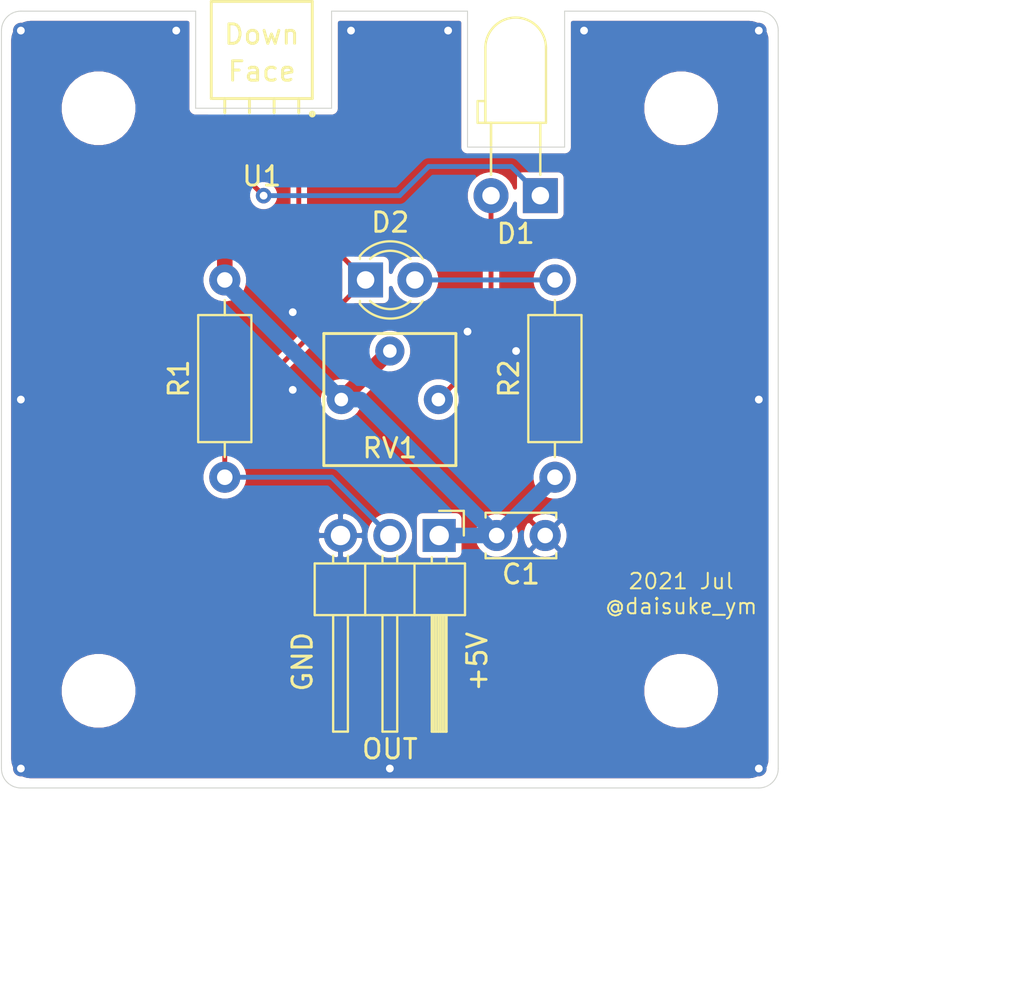
<source format=kicad_pcb>
(kicad_pcb (version 20171130) (host pcbnew "(5.1.6)-1")

  (general
    (thickness 1.6)
    (drawings 29)
    (tracks 39)
    (zones 0)
    (modules 12)
    (nets 7)
  )

  (page A4)
  (layers
    (0 F.Cu signal)
    (31 B.Cu signal)
    (32 B.Adhes user)
    (33 F.Adhes user)
    (34 B.Paste user)
    (35 F.Paste user)
    (36 B.SilkS user)
    (37 F.SilkS user)
    (38 B.Mask user)
    (39 F.Mask user)
    (40 Dwgs.User user)
    (41 Cmts.User user)
    (42 Eco1.User user hide)
    (43 Eco2.User user hide)
    (44 Edge.Cuts user)
    (45 Margin user)
    (46 B.CrtYd user)
    (47 F.CrtYd user)
    (48 B.Fab user)
    (49 F.Fab user)
  )

  (setup
    (last_trace_width 0.25)
    (trace_clearance 0.2)
    (zone_clearance 0.5)
    (zone_45_only no)
    (trace_min 0.2)
    (via_size 0.8)
    (via_drill 0.4)
    (via_min_size 0.4)
    (via_min_drill 0.3)
    (user_via 0.8 0.4)
    (uvia_size 0.3)
    (uvia_drill 0.1)
    (uvias_allowed no)
    (uvia_min_size 0.2)
    (uvia_min_drill 0.1)
    (edge_width 0.05)
    (segment_width 0.2)
    (pcb_text_width 0.3)
    (pcb_text_size 1.5 1.5)
    (mod_edge_width 0.12)
    (mod_text_size 1 1)
    (mod_text_width 0.15)
    (pad_size 1.524 1.524)
    (pad_drill 0.762)
    (pad_to_mask_clearance 0.05)
    (aux_axis_origin 130 120)
    (grid_origin 150 100)
    (visible_elements 7FFDFF7F)
    (pcbplotparams
      (layerselection 0x010f0_ffffffff)
      (usegerberextensions true)
      (usegerberattributes false)
      (usegerberadvancedattributes false)
      (creategerberjobfile false)
      (excludeedgelayer true)
      (linewidth 0.100000)
      (plotframeref false)
      (viasonmask false)
      (mode 1)
      (useauxorigin true)
      (hpglpennumber 1)
      (hpglpenspeed 20)
      (hpglpendiameter 15.000000)
      (psnegative false)
      (psa4output false)
      (plotreference true)
      (plotvalue false)
      (plotinvisibletext false)
      (padsonsilk false)
      (subtractmaskfromsilk false)
      (outputformat 1)
      (mirror false)
      (drillshape 0)
      (scaleselection 1)
      (outputdirectory "gerber/"))
  )

  (net 0 "")
  (net 1 +5V)
  (net 2 GND)
  (net 3 "Net-(D1-Pad2)")
  (net 4 "Net-(D2-Pad2)")
  (net 5 /WS1)
  (net 6 "Net-(D1-Pad1)")

  (net_class Default "This is the default net class."
    (clearance 0.2)
    (trace_width 0.25)
    (via_dia 0.8)
    (via_drill 0.4)
    (uvia_dia 0.3)
    (uvia_drill 0.1)
    (add_net /WS1)
    (add_net GND)
    (add_net "Net-(D1-Pad1)")
    (add_net "Net-(D1-Pad2)")
    (add_net "Net-(D2-Pad2)")
  )

  (net_class IrLED ""
    (clearance 0.2)
    (trace_width 0.5)
    (via_dia 1)
    (via_drill 0.5)
    (uvia_dia 0.3)
    (uvia_drill 0.1)
  )

  (net_class Power ""
    (clearance 0.2)
    (trace_width 0.8)
    (via_dia 1.2)
    (via_drill 0.7)
    (uvia_dia 0.3)
    (uvia_drill 0.1)
    (add_net +5V)
  )

  (module MountingHole:MountingHole_3.2mm_M3 locked (layer F.Cu) (tedit 56D1B4CB) (tstamp 5F962789)
    (at 165 115)
    (descr "Mounting Hole 3.2mm, no annular, M3")
    (tags "mounting hole 3.2mm no annular m3")
    (attr virtual)
    (fp_text reference MH6 (at 0 -4.2) (layer F.SilkS) hide
      (effects (font (size 1 1) (thickness 0.15)))
    )
    (fp_text value MountingHole_3.2mm_M3 (at 0 4.2) (layer F.Fab)
      (effects (font (size 1 1) (thickness 0.15)))
    )
    (fp_circle (center 0 0) (end 3.45 0) (layer F.CrtYd) (width 0.05))
    (fp_circle (center 0 0) (end 3.2 0) (layer Cmts.User) (width 0.15))
    (fp_text user %R (at 0.3 0) (layer F.Fab)
      (effects (font (size 1 1) (thickness 0.15)))
    )
    (pad 1 np_thru_hole circle (at 0 0) (size 3.2 3.2) (drill 3.2) (layers *.Cu *.Mask))
  )

  (module MountingHole:MountingHole_3.2mm_M3 locked (layer F.Cu) (tedit 56D1B4CB) (tstamp 60FEC5AF)
    (at 135 115)
    (descr "Mounting Hole 3.2mm, no annular, M3")
    (tags "mounting hole 3.2mm no annular m3")
    (attr virtual)
    (fp_text reference MH3 (at 0 -4.2) (layer F.SilkS) hide
      (effects (font (size 1 1) (thickness 0.15)))
    )
    (fp_text value MountingHole_3.2mm_M3 (at 0 4.2) (layer F.Fab)
      (effects (font (size 1 1) (thickness 0.15)))
    )
    (fp_circle (center 0 0) (end 3.2 0) (layer Cmts.User) (width 0.15))
    (fp_circle (center 0 0) (end 3.45 0) (layer F.CrtYd) (width 0.05))
    (fp_text user %R (at 0.3 0) (layer F.Fab)
      (effects (font (size 1 1) (thickness 0.15)))
    )
    (pad 1 np_thru_hole circle (at 0 0) (size 3.2 3.2) (drill 3.2) (layers *.Cu *.Mask))
  )

  (module MountingHole:MountingHole_3.2mm_M3 locked (layer F.Cu) (tedit 56D1B4CB) (tstamp 60FEC57C)
    (at 165 85)
    (descr "Mounting Hole 3.2mm, no annular, M3")
    (tags "mounting hole 3.2mm no annular m3")
    (attr virtual)
    (fp_text reference MH2 (at 0 -4.2) (layer F.SilkS) hide
      (effects (font (size 1 1) (thickness 0.15)))
    )
    (fp_text value MountingHole_3.2mm_M3 (at 0 4.2) (layer F.Fab)
      (effects (font (size 1 1) (thickness 0.15)))
    )
    (fp_circle (center 0 0) (end 3.45 0) (layer F.CrtYd) (width 0.05))
    (fp_circle (center 0 0) (end 3.2 0) (layer Cmts.User) (width 0.15))
    (fp_text user %R (at 0.3 0) (layer F.Fab)
      (effects (font (size 1 1) (thickness 0.15)))
    )
    (pad 1 np_thru_hole circle (at 0 0) (size 3.2 3.2) (drill 3.2) (layers *.Cu *.Mask))
  )

  (module MountingHole:MountingHole_3.2mm_M3 locked (layer F.Cu) (tedit 56D1B4CB) (tstamp 5F96270F)
    (at 135 85)
    (descr "Mounting Hole 3.2mm, no annular, M3")
    (tags "mounting hole 3.2mm no annular m3")
    (attr virtual)
    (fp_text reference MH1 (at 0 -4.2) (layer F.SilkS) hide
      (effects (font (size 1 1) (thickness 0.15)))
    )
    (fp_text value MountingHole_3.2mm_M3 (at 0 4.2) (layer F.Fab) hide
      (effects (font (size 1 1) (thickness 0.15)))
    )
    (fp_circle (center 0 0) (end 3.2 0) (layer Cmts.User) (width 0.15))
    (fp_circle (center 0 0) (end 3.45 0) (layer F.CrtYd) (width 0.05))
    (fp_text user %R (at 0.3 0) (layer F.Fab)
      (effects (font (size 1 1) (thickness 0.15)))
    )
    (pad 1 np_thru_hole circle (at 0 0) (size 3.2 3.2) (drill 3.2) (layers *.Cu *.Mask))
  )

  (module Capacitor_THT:C_Disc_D3.4mm_W2.1mm_P2.50mm (layer F.Cu) (tedit 5AE50EF0) (tstamp 60FFB19D)
    (at 155.5 107)
    (descr "C, Disc series, Radial, pin pitch=2.50mm, , diameter*width=3.4*2.1mm^2, Capacitor, http://www.vishay.com/docs/45233/krseries.pdf")
    (tags "C Disc series Radial pin pitch 2.50mm  diameter 3.4mm width 2.1mm Capacitor")
    (path /5F9EB34C)
    (fp_text reference C1 (at 1.25 2) (layer F.SilkS)
      (effects (font (size 1 1) (thickness 0.15)))
    )
    (fp_text value 0.1u (at 1.25 2.3) (layer F.Fab)
      (effects (font (size 1 1) (thickness 0.15)))
    )
    (fp_line (start 3.55 -1.3) (end -1.05 -1.3) (layer F.CrtYd) (width 0.05))
    (fp_line (start 3.55 1.3) (end 3.55 -1.3) (layer F.CrtYd) (width 0.05))
    (fp_line (start -1.05 1.3) (end 3.55 1.3) (layer F.CrtYd) (width 0.05))
    (fp_line (start -1.05 -1.3) (end -1.05 1.3) (layer F.CrtYd) (width 0.05))
    (fp_line (start 3.07 0.925) (end 3.07 1.17) (layer F.SilkS) (width 0.12))
    (fp_line (start 3.07 -1.17) (end 3.07 -0.925) (layer F.SilkS) (width 0.12))
    (fp_line (start -0.57 0.925) (end -0.57 1.17) (layer F.SilkS) (width 0.12))
    (fp_line (start -0.57 -1.17) (end -0.57 -0.925) (layer F.SilkS) (width 0.12))
    (fp_line (start -0.57 1.17) (end 3.07 1.17) (layer F.SilkS) (width 0.12))
    (fp_line (start -0.57 -1.17) (end 3.07 -1.17) (layer F.SilkS) (width 0.12))
    (fp_line (start 2.95 -1.05) (end -0.45 -1.05) (layer F.Fab) (width 0.1))
    (fp_line (start 2.95 1.05) (end 2.95 -1.05) (layer F.Fab) (width 0.1))
    (fp_line (start -0.45 1.05) (end 2.95 1.05) (layer F.Fab) (width 0.1))
    (fp_line (start -0.45 -1.05) (end -0.45 1.05) (layer F.Fab) (width 0.1))
    (fp_text user %R (at 1.25 0) (layer F.Fab)
      (effects (font (size 0.68 0.68) (thickness 0.102)))
    )
    (pad 1 thru_hole circle (at 0 0) (size 1.6 1.6) (drill 0.8) (layers *.Cu *.Mask)
      (net 1 +5V))
    (pad 2 thru_hole circle (at 2.5 0) (size 1.6 1.6) (drill 0.8) (layers *.Cu *.Mask)
      (net 2 GND))
    (model ${KISYS3DMOD}/Capacitor_THT.3dshapes/C_Disc_D3.4mm_W2.1mm_P2.50mm.wrl
      (at (xyz 0 0 0))
      (scale (xyz 1 1 1))
      (rotate (xyz 0 0 0))
    )
  )

  (module LED_THT:LED_D3.0mm_Horizontal_O3.81mm_Z6.0mm (layer F.Cu) (tedit 5880A862) (tstamp 60FFB1C7)
    (at 157.75 89.5 180)
    (descr "LED, diameter 3.0mm z-position of LED center 2.0mm, 2 pins, diameter 3.0mm z-position of LED center 2.0mm, 2 pins, diameter 3.0mm z-position of LED center 2.0mm, 2 pins, diameter 3.0mm z-position of LED center 6.0mm, 2 pins, diameter 3.0mm z-position of LED center 6.0mm, 2 pins")
    (tags "LED diameter 3.0mm z-position of LED center 2.0mm 2 pins diameter 3.0mm z-position of LED center 2.0mm 2 pins diameter 3.0mm z-position of LED center 2.0mm 2 pins diameter 3.0mm z-position of LED center 6.0mm 2 pins diameter 3.0mm z-position of LED center 6.0mm 2 pins")
    (path /5F96A99A)
    (fp_text reference D1 (at 1.27 -1.96) (layer F.SilkS)
      (effects (font (size 1 1) (thickness 0.15)))
    )
    (fp_text value "IR LED" (at 1.27 10.17) (layer F.Fab)
      (effects (font (size 1 1) (thickness 0.15)))
    )
    (fp_line (start 3.75 -1.25) (end -1.25 -1.25) (layer F.CrtYd) (width 0.05))
    (fp_line (start 3.75 9.45) (end 3.75 -1.25) (layer F.CrtYd) (width 0.05))
    (fp_line (start -1.25 9.45) (end 3.75 9.45) (layer F.CrtYd) (width 0.05))
    (fp_line (start -1.25 -1.25) (end -1.25 9.45) (layer F.CrtYd) (width 0.05))
    (fp_line (start 2.54 1.08) (end 2.54 1.08) (layer F.SilkS) (width 0.12))
    (fp_line (start 2.54 3.75) (end 2.54 1.08) (layer F.SilkS) (width 0.12))
    (fp_line (start 2.54 3.75) (end 2.54 3.75) (layer F.SilkS) (width 0.12))
    (fp_line (start 2.54 1.08) (end 2.54 3.75) (layer F.SilkS) (width 0.12))
    (fp_line (start 0 1.08) (end 0 1.08) (layer F.SilkS) (width 0.12))
    (fp_line (start 0 3.75) (end 0 1.08) (layer F.SilkS) (width 0.12))
    (fp_line (start 0 3.75) (end 0 3.75) (layer F.SilkS) (width 0.12))
    (fp_line (start 0 1.08) (end 0 3.75) (layer F.SilkS) (width 0.12))
    (fp_line (start 2.83 3.75) (end 3.23 3.75) (layer F.SilkS) (width 0.12))
    (fp_line (start 2.83 4.87) (end 2.83 3.75) (layer F.SilkS) (width 0.12))
    (fp_line (start 3.23 4.87) (end 2.83 4.87) (layer F.SilkS) (width 0.12))
    (fp_line (start 3.23 3.75) (end 3.23 4.87) (layer F.SilkS) (width 0.12))
    (fp_line (start -0.29 3.75) (end 2.83 3.75) (layer F.SilkS) (width 0.12))
    (fp_line (start 2.83 3.75) (end 2.83 7.61) (layer F.SilkS) (width 0.12))
    (fp_line (start -0.29 3.75) (end -0.29 7.61) (layer F.SilkS) (width 0.12))
    (fp_line (start 2.54 0) (end 2.54 0) (layer F.Fab) (width 0.1))
    (fp_line (start 2.54 3.81) (end 2.54 0) (layer F.Fab) (width 0.1))
    (fp_line (start 2.54 3.81) (end 2.54 3.81) (layer F.Fab) (width 0.1))
    (fp_line (start 2.54 0) (end 2.54 3.81) (layer F.Fab) (width 0.1))
    (fp_line (start 0 0) (end 0 0) (layer F.Fab) (width 0.1))
    (fp_line (start 0 3.81) (end 0 0) (layer F.Fab) (width 0.1))
    (fp_line (start 0 3.81) (end 0 3.81) (layer F.Fab) (width 0.1))
    (fp_line (start 0 0) (end 0 3.81) (layer F.Fab) (width 0.1))
    (fp_line (start 2.77 3.81) (end 3.17 3.81) (layer F.Fab) (width 0.1))
    (fp_line (start 2.77 4.81) (end 2.77 3.81) (layer F.Fab) (width 0.1))
    (fp_line (start 3.17 4.81) (end 2.77 4.81) (layer F.Fab) (width 0.1))
    (fp_line (start 3.17 3.81) (end 3.17 4.81) (layer F.Fab) (width 0.1))
    (fp_line (start -0.23 3.81) (end 2.77 3.81) (layer F.Fab) (width 0.1))
    (fp_line (start 2.77 3.81) (end 2.77 7.61) (layer F.Fab) (width 0.1))
    (fp_line (start -0.23 3.81) (end -0.23 7.61) (layer F.Fab) (width 0.1))
    (fp_arc (start 1.27 7.61) (end -0.23 7.61) (angle -180) (layer F.Fab) (width 0.1))
    (fp_arc (start 1.27 7.61) (end -0.29 7.61) (angle -180) (layer F.SilkS) (width 0.12))
    (pad 1 thru_hole rect (at 0 0 180) (size 1.8 1.8) (drill 0.9) (layers *.Cu *.Mask)
      (net 6 "Net-(D1-Pad1)"))
    (pad 2 thru_hole circle (at 2.54 0 180) (size 1.8 1.8) (drill 0.9) (layers *.Cu *.Mask)
      (net 3 "Net-(D1-Pad2)"))
    (model ${KISYS3DMOD}/LED_THT.3dshapes/LED_D3.0mm_Horizontal_O3.81mm_Z6.0mm.wrl
      (at (xyz 0 0 0))
      (scale (xyz 1 1 1))
      (rotate (xyz 0 0 0))
    )
  )

  (module LED_THT:LED_D3.0mm_Clear (layer F.Cu) (tedit 5A6C9BC0) (tstamp 60FFB1DB)
    (at 148.75 93.84)
    (descr "IR-LED, diameter 3.0mm, 2 pins, color: clear")
    (tags "IR infrared LED diameter 3.0mm 2 pins clear")
    (path /5F96A994)
    (fp_text reference D2 (at 1.27 -2.96) (layer F.SilkS)
      (effects (font (size 1 1) (thickness 0.15)))
    )
    (fp_text value YELLOW (at 1.27 2.96) (layer F.Fab)
      (effects (font (size 1 1) (thickness 0.15)))
    )
    (fp_circle (center 1.27 0) (end 2.77 0) (layer F.Fab) (width 0.1))
    (fp_line (start 3.7 -2.25) (end -1.15 -2.25) (layer F.CrtYd) (width 0.05))
    (fp_line (start 3.7 2.25) (end 3.7 -2.25) (layer F.CrtYd) (width 0.05))
    (fp_line (start -1.15 2.25) (end 3.7 2.25) (layer F.CrtYd) (width 0.05))
    (fp_line (start -1.15 -2.25) (end -1.15 2.25) (layer F.CrtYd) (width 0.05))
    (fp_line (start -0.29 1.08) (end -0.29 1.236) (layer F.SilkS) (width 0.12))
    (fp_line (start -0.29 -1.236) (end -0.29 -1.08) (layer F.SilkS) (width 0.12))
    (fp_line (start -0.23 -1.16619) (end -0.23 1.16619) (layer F.Fab) (width 0.1))
    (fp_text user %R (at 1.47 0) (layer F.Fab)
      (effects (font (size 0.8 0.8) (thickness 0.12)))
    )
    (fp_arc (start 1.27 0) (end -0.23 -1.16619) (angle 284.3) (layer F.Fab) (width 0.1))
    (fp_arc (start 1.27 0) (end -0.29 -1.235516) (angle 108.8) (layer F.SilkS) (width 0.12))
    (fp_arc (start 1.27 0) (end -0.29 1.235516) (angle -108.8) (layer F.SilkS) (width 0.12))
    (fp_arc (start 1.27 0) (end 0.229039 -1.08) (angle 87.9) (layer F.SilkS) (width 0.12))
    (fp_arc (start 1.27 0) (end 0.229039 1.08) (angle -87.9) (layer F.SilkS) (width 0.12))
    (pad 1 thru_hole rect (at 0 0) (size 1.8 1.8) (drill 0.9) (layers *.Cu *.Mask)
      (net 5 /WS1))
    (pad 2 thru_hole circle (at 2.54 0) (size 1.8 1.8) (drill 0.9) (layers *.Cu *.Mask)
      (net 4 "Net-(D2-Pad2)"))
    (model ${KISYS3DMOD}/LED_THT.3dshapes/LED_D3.0mm_Clear.wrl
      (at (xyz 0 0 0))
      (scale (xyz 1 1 1))
      (rotate (xyz 0 0 0))
    )
  )

  (module Connector_PinHeader_2.54mm:PinHeader_1x03_P2.54mm_Horizontal (layer F.Cu) (tedit 59FED5CB) (tstamp 60FFB21B)
    (at 152.54 107 270)
    (descr "Through hole angled pin header, 1x03, 2.54mm pitch, 6mm pin length, single row")
    (tags "Through hole angled pin header THT 1x03 2.54mm single row")
    (path /60FFBC93)
    (fp_text reference J1 (at 4.385 -2.27 90) (layer F.SilkS) hide
      (effects (font (size 1 1) (thickness 0.15)))
    )
    (fp_text value Conn_01x03 (at 4.385 7.35 90) (layer F.Fab)
      (effects (font (size 1 1) (thickness 0.15)))
    )
    (fp_line (start 10.55 -1.8) (end -1.8 -1.8) (layer F.CrtYd) (width 0.05))
    (fp_line (start 10.55 6.85) (end 10.55 -1.8) (layer F.CrtYd) (width 0.05))
    (fp_line (start -1.8 6.85) (end 10.55 6.85) (layer F.CrtYd) (width 0.05))
    (fp_line (start -1.8 -1.8) (end -1.8 6.85) (layer F.CrtYd) (width 0.05))
    (fp_line (start -1.27 -1.27) (end 0 -1.27) (layer F.SilkS) (width 0.12))
    (fp_line (start -1.27 0) (end -1.27 -1.27) (layer F.SilkS) (width 0.12))
    (fp_line (start 1.042929 5.46) (end 1.44 5.46) (layer F.SilkS) (width 0.12))
    (fp_line (start 1.042929 4.7) (end 1.44 4.7) (layer F.SilkS) (width 0.12))
    (fp_line (start 10.1 5.46) (end 4.1 5.46) (layer F.SilkS) (width 0.12))
    (fp_line (start 10.1 4.7) (end 10.1 5.46) (layer F.SilkS) (width 0.12))
    (fp_line (start 4.1 4.7) (end 10.1 4.7) (layer F.SilkS) (width 0.12))
    (fp_line (start 1.44 3.81) (end 4.1 3.81) (layer F.SilkS) (width 0.12))
    (fp_line (start 1.042929 2.92) (end 1.44 2.92) (layer F.SilkS) (width 0.12))
    (fp_line (start 1.042929 2.16) (end 1.44 2.16) (layer F.SilkS) (width 0.12))
    (fp_line (start 10.1 2.92) (end 4.1 2.92) (layer F.SilkS) (width 0.12))
    (fp_line (start 10.1 2.16) (end 10.1 2.92) (layer F.SilkS) (width 0.12))
    (fp_line (start 4.1 2.16) (end 10.1 2.16) (layer F.SilkS) (width 0.12))
    (fp_line (start 1.44 1.27) (end 4.1 1.27) (layer F.SilkS) (width 0.12))
    (fp_line (start 1.11 0.38) (end 1.44 0.38) (layer F.SilkS) (width 0.12))
    (fp_line (start 1.11 -0.38) (end 1.44 -0.38) (layer F.SilkS) (width 0.12))
    (fp_line (start 4.1 0.28) (end 10.1 0.28) (layer F.SilkS) (width 0.12))
    (fp_line (start 4.1 0.16) (end 10.1 0.16) (layer F.SilkS) (width 0.12))
    (fp_line (start 4.1 0.04) (end 10.1 0.04) (layer F.SilkS) (width 0.12))
    (fp_line (start 4.1 -0.08) (end 10.1 -0.08) (layer F.SilkS) (width 0.12))
    (fp_line (start 4.1 -0.2) (end 10.1 -0.2) (layer F.SilkS) (width 0.12))
    (fp_line (start 4.1 -0.32) (end 10.1 -0.32) (layer F.SilkS) (width 0.12))
    (fp_line (start 10.1 0.38) (end 4.1 0.38) (layer F.SilkS) (width 0.12))
    (fp_line (start 10.1 -0.38) (end 10.1 0.38) (layer F.SilkS) (width 0.12))
    (fp_line (start 4.1 -0.38) (end 10.1 -0.38) (layer F.SilkS) (width 0.12))
    (fp_line (start 4.1 -1.33) (end 1.44 -1.33) (layer F.SilkS) (width 0.12))
    (fp_line (start 4.1 6.41) (end 4.1 -1.33) (layer F.SilkS) (width 0.12))
    (fp_line (start 1.44 6.41) (end 4.1 6.41) (layer F.SilkS) (width 0.12))
    (fp_line (start 1.44 -1.33) (end 1.44 6.41) (layer F.SilkS) (width 0.12))
    (fp_line (start 4.04 5.4) (end 10.04 5.4) (layer F.Fab) (width 0.1))
    (fp_line (start 10.04 4.76) (end 10.04 5.4) (layer F.Fab) (width 0.1))
    (fp_line (start 4.04 4.76) (end 10.04 4.76) (layer F.Fab) (width 0.1))
    (fp_line (start -0.32 5.4) (end 1.5 5.4) (layer F.Fab) (width 0.1))
    (fp_line (start -0.32 4.76) (end -0.32 5.4) (layer F.Fab) (width 0.1))
    (fp_line (start -0.32 4.76) (end 1.5 4.76) (layer F.Fab) (width 0.1))
    (fp_line (start 4.04 2.86) (end 10.04 2.86) (layer F.Fab) (width 0.1))
    (fp_line (start 10.04 2.22) (end 10.04 2.86) (layer F.Fab) (width 0.1))
    (fp_line (start 4.04 2.22) (end 10.04 2.22) (layer F.Fab) (width 0.1))
    (fp_line (start -0.32 2.86) (end 1.5 2.86) (layer F.Fab) (width 0.1))
    (fp_line (start -0.32 2.22) (end -0.32 2.86) (layer F.Fab) (width 0.1))
    (fp_line (start -0.32 2.22) (end 1.5 2.22) (layer F.Fab) (width 0.1))
    (fp_line (start 4.04 0.32) (end 10.04 0.32) (layer F.Fab) (width 0.1))
    (fp_line (start 10.04 -0.32) (end 10.04 0.32) (layer F.Fab) (width 0.1))
    (fp_line (start 4.04 -0.32) (end 10.04 -0.32) (layer F.Fab) (width 0.1))
    (fp_line (start -0.32 0.32) (end 1.5 0.32) (layer F.Fab) (width 0.1))
    (fp_line (start -0.32 -0.32) (end -0.32 0.32) (layer F.Fab) (width 0.1))
    (fp_line (start -0.32 -0.32) (end 1.5 -0.32) (layer F.Fab) (width 0.1))
    (fp_line (start 1.5 -0.635) (end 2.135 -1.27) (layer F.Fab) (width 0.1))
    (fp_line (start 1.5 6.35) (end 1.5 -0.635) (layer F.Fab) (width 0.1))
    (fp_line (start 4.04 6.35) (end 1.5 6.35) (layer F.Fab) (width 0.1))
    (fp_line (start 4.04 -1.27) (end 4.04 6.35) (layer F.Fab) (width 0.1))
    (fp_line (start 2.135 -1.27) (end 4.04 -1.27) (layer F.Fab) (width 0.1))
    (fp_text user %R (at 2.77 2.54) (layer F.Fab)
      (effects (font (size 1 1) (thickness 0.15)))
    )
    (pad 1 thru_hole rect (at 0 0 270) (size 1.7 1.7) (drill 1) (layers *.Cu *.Mask)
      (net 1 +5V))
    (pad 2 thru_hole oval (at 0 2.54 270) (size 1.7 1.7) (drill 1) (layers *.Cu *.Mask)
      (net 5 /WS1))
    (pad 3 thru_hole oval (at 0 5.08 270) (size 1.7 1.7) (drill 1) (layers *.Cu *.Mask)
      (net 2 GND))
    (model ${KISYS3DMOD}/Connector_PinHeader_2.54mm.3dshapes/PinHeader_1x03_P2.54mm_Horizontal.wrl
      (at (xyz 0 0 0))
      (scale (xyz 1 1 1))
      (rotate (xyz 0 0 0))
    )
  )

  (module Resistor_THT:R_Axial_DIN0207_L6.3mm_D2.5mm_P10.16mm_Horizontal (layer F.Cu) (tedit 5AE5139B) (tstamp 60FFB232)
    (at 141.5 104 90)
    (descr "Resistor, Axial_DIN0207 series, Axial, Horizontal, pin pitch=10.16mm, 0.25W = 1/4W, length*diameter=6.3*2.5mm^2, http://cdn-reichelt.de/documents/datenblatt/B400/1_4W%23YAG.pdf")
    (tags "Resistor Axial_DIN0207 series Axial Horizontal pin pitch 10.16mm 0.25W = 1/4W length 6.3mm diameter 2.5mm")
    (path /60FF9DF5)
    (fp_text reference R1 (at 5.08 -2.37 90) (layer F.SilkS)
      (effects (font (size 1 1) (thickness 0.15)))
    )
    (fp_text value 10k (at 5.08 2.37 90) (layer F.Fab)
      (effects (font (size 1 1) (thickness 0.15)))
    )
    (fp_text user %R (at 5.08 0 90) (layer F.Fab)
      (effects (font (size 1 1) (thickness 0.15)))
    )
    (fp_line (start 1.93 -1.25) (end 1.93 1.25) (layer F.Fab) (width 0.1))
    (fp_line (start 1.93 1.25) (end 8.23 1.25) (layer F.Fab) (width 0.1))
    (fp_line (start 8.23 1.25) (end 8.23 -1.25) (layer F.Fab) (width 0.1))
    (fp_line (start 8.23 -1.25) (end 1.93 -1.25) (layer F.Fab) (width 0.1))
    (fp_line (start 0 0) (end 1.93 0) (layer F.Fab) (width 0.1))
    (fp_line (start 10.16 0) (end 8.23 0) (layer F.Fab) (width 0.1))
    (fp_line (start 1.81 -1.37) (end 1.81 1.37) (layer F.SilkS) (width 0.12))
    (fp_line (start 1.81 1.37) (end 8.35 1.37) (layer F.SilkS) (width 0.12))
    (fp_line (start 8.35 1.37) (end 8.35 -1.37) (layer F.SilkS) (width 0.12))
    (fp_line (start 8.35 -1.37) (end 1.81 -1.37) (layer F.SilkS) (width 0.12))
    (fp_line (start 1.04 0) (end 1.81 0) (layer F.SilkS) (width 0.12))
    (fp_line (start 9.12 0) (end 8.35 0) (layer F.SilkS) (width 0.12))
    (fp_line (start -1.05 -1.5) (end -1.05 1.5) (layer F.CrtYd) (width 0.05))
    (fp_line (start -1.05 1.5) (end 11.21 1.5) (layer F.CrtYd) (width 0.05))
    (fp_line (start 11.21 1.5) (end 11.21 -1.5) (layer F.CrtYd) (width 0.05))
    (fp_line (start 11.21 -1.5) (end -1.05 -1.5) (layer F.CrtYd) (width 0.05))
    (pad 2 thru_hole oval (at 10.16 0 90) (size 1.6 1.6) (drill 0.8) (layers *.Cu *.Mask)
      (net 1 +5V))
    (pad 1 thru_hole circle (at 0 0 90) (size 1.6 1.6) (drill 0.8) (layers *.Cu *.Mask)
      (net 5 /WS1))
    (model ${KISYS3DMOD}/Resistor_THT.3dshapes/R_Axial_DIN0207_L6.3mm_D2.5mm_P10.16mm_Horizontal.wrl
      (at (xyz 0 0 0))
      (scale (xyz 1 1 1))
      (rotate (xyz 0 0 0))
    )
  )

  (module Resistor_THT:R_Axial_DIN0207_L6.3mm_D2.5mm_P10.16mm_Horizontal (layer F.Cu) (tedit 5AE5139B) (tstamp 60FFBB32)
    (at 158.5 104 90)
    (descr "Resistor, Axial_DIN0207 series, Axial, Horizontal, pin pitch=10.16mm, 0.25W = 1/4W, length*diameter=6.3*2.5mm^2, http://cdn-reichelt.de/documents/datenblatt/B400/1_4W%23YAG.pdf")
    (tags "Resistor Axial_DIN0207 series Axial Horizontal pin pitch 10.16mm 0.25W = 1/4W length 6.3mm diameter 2.5mm")
    (path /5F96A98E)
    (fp_text reference R2 (at 5.08 -2.37 90) (layer F.SilkS)
      (effects (font (size 1 1) (thickness 0.15)))
    )
    (fp_text value 1k (at 5.08 2.37 90) (layer F.Fab)
      (effects (font (size 1 1) (thickness 0.15)))
    )
    (fp_line (start 11.21 -1.5) (end -1.05 -1.5) (layer F.CrtYd) (width 0.05))
    (fp_line (start 11.21 1.5) (end 11.21 -1.5) (layer F.CrtYd) (width 0.05))
    (fp_line (start -1.05 1.5) (end 11.21 1.5) (layer F.CrtYd) (width 0.05))
    (fp_line (start -1.05 -1.5) (end -1.05 1.5) (layer F.CrtYd) (width 0.05))
    (fp_line (start 9.12 0) (end 8.35 0) (layer F.SilkS) (width 0.12))
    (fp_line (start 1.04 0) (end 1.81 0) (layer F.SilkS) (width 0.12))
    (fp_line (start 8.35 -1.37) (end 1.81 -1.37) (layer F.SilkS) (width 0.12))
    (fp_line (start 8.35 1.37) (end 8.35 -1.37) (layer F.SilkS) (width 0.12))
    (fp_line (start 1.81 1.37) (end 8.35 1.37) (layer F.SilkS) (width 0.12))
    (fp_line (start 1.81 -1.37) (end 1.81 1.37) (layer F.SilkS) (width 0.12))
    (fp_line (start 10.16 0) (end 8.23 0) (layer F.Fab) (width 0.1))
    (fp_line (start 0 0) (end 1.93 0) (layer F.Fab) (width 0.1))
    (fp_line (start 8.23 -1.25) (end 1.93 -1.25) (layer F.Fab) (width 0.1))
    (fp_line (start 8.23 1.25) (end 8.23 -1.25) (layer F.Fab) (width 0.1))
    (fp_line (start 1.93 1.25) (end 8.23 1.25) (layer F.Fab) (width 0.1))
    (fp_line (start 1.93 -1.25) (end 1.93 1.25) (layer F.Fab) (width 0.1))
    (fp_text user %R (at 5.08 0 90) (layer F.Fab)
      (effects (font (size 1 1) (thickness 0.15)))
    )
    (pad 1 thru_hole circle (at 0 0 90) (size 1.6 1.6) (drill 0.8) (layers *.Cu *.Mask)
      (net 1 +5V))
    (pad 2 thru_hole oval (at 10.16 0 90) (size 1.6 1.6) (drill 0.8) (layers *.Cu *.Mask)
      (net 4 "Net-(D2-Pad2)"))
    (model ${KISYS3DMOD}/Resistor_THT.3dshapes/R_Axial_DIN0207_L6.3mm_D2.5mm_P10.16mm_Horizontal.wrl
      (at (xyz 0 0 0))
      (scale (xyz 1 1 1))
      (rotate (xyz 0 0 0))
    )
  )

  (module MyLib:GF063P1 (layer F.Cu) (tedit 60DEA0D2) (tstamp 60FFB254)
    (at 150 100)
    (path /5F96A9A6)
    (fp_text reference RV1 (at 0 2.5) (layer F.SilkS)
      (effects (font (size 1 1) (thickness 0.15)))
    )
    (fp_text value 4K7 (at 0 4.2) (layer F.Fab)
      (effects (font (size 1 1) (thickness 0.15)))
    )
    (fp_line (start -3.4 -3.4) (end -3.4 3.4) (layer F.SilkS) (width 0.15))
    (fp_line (start -3.4 3.4) (end 3.4 3.4) (layer F.SilkS) (width 0.15))
    (fp_line (start 3.4 3.4) (end 3.4 -3.4) (layer F.SilkS) (width 0.15))
    (fp_line (start 3.4 -3.4) (end -3.4 -3.4) (layer F.SilkS) (width 0.15))
    (pad 1 thru_hole circle (at -2.5 0) (size 1.5 1.5) (drill 0.7) (layers *.Cu *.Mask)
      (net 1 +5V))
    (pad 2 thru_hole circle (at 0 -2.5) (size 1.5 1.5) (drill 0.7) (layers *.Cu *.Mask)
      (net 1 +5V))
    (pad 3 thru_hole circle (at 2.5 0) (size 1.5 1.5) (drill 0.7) (layers *.Cu *.Mask)
      (net 3 "Net-(D1-Pad2)"))
  )

  (module MyLib:S6809_Horizontal_Facedown (layer F.Cu) (tedit 5F90F51E) (tstamp 60FFB267)
    (at 143.405 86.5 180)
    (path /60FF8A57)
    (fp_text reference U1 (at 0 -2) (layer F.SilkS)
      (effects (font (size 1 1) (thickness 0.15)))
    )
    (fp_text value S6809 (at 0 -4) (layer F.Fab)
      (effects (font (size 1 1) (thickness 0.15)))
    )
    (fp_line (start -2.6 7) (end -2.6 2) (layer F.SilkS) (width 0.15))
    (fp_line (start 2.6 7) (end -2.6 7) (layer F.SilkS) (width 0.15))
    (fp_line (start 2.6 2) (end 2.6 7) (layer F.SilkS) (width 0.15))
    (fp_line (start -2.6 2) (end 2.6 2) (layer F.SilkS) (width 0.15))
    (fp_line (start 1.905 1.27) (end 1.905 2) (layer F.SilkS) (width 0.15))
    (fp_line (start 0.635 1.27) (end 0.635 2) (layer F.SilkS) (width 0.15))
    (fp_line (start -0.635 1.27) (end -0.635 2) (layer F.SilkS) (width 0.15))
    (fp_line (start -1.905 1.27) (end -1.905 2) (layer F.SilkS) (width 0.15))
    (fp_circle (center -2.6 1.2) (end -2.6 1.3) (layer F.SilkS) (width 0.15))
    (fp_text user Face (at 0 3.4) (layer F.SilkS)
      (effects (font (size 1 1) (thickness 0.15)))
    )
    (fp_text user Down (at 0 5.3) (layer F.SilkS)
      (effects (font (size 1 1) (thickness 0.15)))
    )
    (pad 1 smd rect (at -1.905 0 180) (size 1 2) (layers F.Cu F.Paste F.Mask)
      (net 5 /WS1))
    (pad 2 smd rect (at -0.635 0 180) (size 1 2) (layers F.Cu F.Paste F.Mask)
      (net 2 GND))
    (pad 3 smd rect (at 0.635 0 180) (size 1 2) (layers F.Cu F.Paste F.Mask)
      (net 6 "Net-(D1-Pad1)"))
    (pad 4 smd rect (at 1.905 0 180) (size 1 2) (layers F.Cu F.Paste F.Mask)
      (net 1 +5V))
  )

  (gr_text "2021 Jul\n@daisuke_ym" (at 165 110) (layer F.SilkS)
    (effects (font (size 0.8 0.8) (thickness 0.1)))
  )
  (gr_text OUT (at 150 118) (layer F.SilkS) (tstamp 60FFBBF1)
    (effects (font (size 1 1) (thickness 0.15)))
  )
  (gr_text GND (at 145.5 113.5 90) (layer F.SilkS) (tstamp 60FFBBEE)
    (effects (font (size 1 1) (thickness 0.15)))
  )
  (gr_text +5V (at 154.5 113.5 90) (layer F.SilkS)
    (effects (font (size 1 1) (thickness 0.15)))
  )
  (dimension 40 (width 0.15) (layer Dwgs.User)
    (gr_text "40.000 mm" (at 181.3 100 90) (layer Dwgs.User)
      (effects (font (size 1 1) (thickness 0.15)))
    )
    (feature1 (pts (xy 170 80) (xy 180.586421 80)))
    (feature2 (pts (xy 170 120) (xy 180.586421 120)))
    (crossbar (pts (xy 180 120) (xy 180 80)))
    (arrow1a (pts (xy 180 80) (xy 180.586421 81.126504)))
    (arrow1b (pts (xy 180 80) (xy 179.413579 81.126504)))
    (arrow2a (pts (xy 180 120) (xy 180.586421 118.873496)))
    (arrow2b (pts (xy 180 120) (xy 179.413579 118.873496)))
  )
  (dimension 40 (width 0.15) (layer Dwgs.User)
    (gr_text "40.000 mm" (at 150 131.3) (layer Dwgs.User)
      (effects (font (size 1 1) (thickness 0.15)))
    )
    (feature1 (pts (xy 170 120) (xy 170 130.586421)))
    (feature2 (pts (xy 130 120) (xy 130 130.586421)))
    (crossbar (pts (xy 130 130) (xy 170 130)))
    (arrow1a (pts (xy 170 130) (xy 168.873496 130.586421)))
    (arrow1b (pts (xy 170 130) (xy 168.873496 129.413579)))
    (arrow2a (pts (xy 130 130) (xy 131.126504 130.586421)))
    (arrow2b (pts (xy 130 130) (xy 131.126504 129.413579)))
  )
  (gr_line (start 169 120) (end 131 120) (layer Edge.Cuts) (width 0.05) (tstamp 60FEC61D))
  (gr_line (start 170 81) (end 170 119) (layer Edge.Cuts) (width 0.05) (tstamp 60FEC61C))
  (gr_line (start 159 80) (end 169 80) (layer Edge.Cuts) (width 0.05) (tstamp 60FEC61B))
  (gr_arc (start 169 81) (end 170 81) (angle -90) (layer Edge.Cuts) (width 0.05) (tstamp 60FEC60B))
  (gr_arc (start 169 119) (end 169 120) (angle -90) (layer Edge.Cuts) (width 0.05) (tstamp 60FEC60B))
  (gr_arc (start 131 119) (end 130 119) (angle -90) (layer Edge.Cuts) (width 0.05) (tstamp 60FEC60B))
  (gr_line (start 156.5 75) (end 156.5 91) (layer Eco1.User) (width 0.15))
  (gr_line (start 143.5 75) (end 143.5 91) (layer Eco1.User) (width 0.15))
  (gr_line (start 170 75) (end 170 110) (layer Eco1.User) (width 0.15))
  (gr_line (start 130 75) (end 130 110) (layer Eco1.User) (width 0.15))
  (gr_line (start 150 75) (end 150 110) (layer Eco1.User) (width 0.15))
  (gr_line (start 110 91) (end 190 91) (layer Eco1.User) (width 0.15))
  (gr_line (start 147 80) (end 154 80) (layer Edge.Cuts) (width 0.05) (tstamp 5F9662B0))
  (gr_arc (start 131 81) (end 131 80) (angle -90) (layer Edge.Cuts) (width 0.05))
  (gr_line (start 140 80) (end 131 80) (layer Edge.Cuts) (width 0.05))
  (gr_line (start 147 85) (end 147 80) (layer Edge.Cuts) (width 0.05))
  (gr_line (start 140 85) (end 147 85) (layer Edge.Cuts) (width 0.05))
  (gr_line (start 140 80) (end 140 85) (layer Edge.Cuts) (width 0.05))
  (gr_line (start 159 87) (end 159 80) (layer Edge.Cuts) (width 0.05))
  (gr_line (start 154 87) (end 159 87) (layer Edge.Cuts) (width 0.05))
  (gr_line (start 154 80) (end 154 87) (layer Edge.Cuts) (width 0.05))
  (gr_line (start 130 81) (end 130 119) (layer Edge.Cuts) (width 0.05) (tstamp 5F91706E))
  (gr_text "Grid Origin (150, 100)" (at 70 180) (layer Eco2.User)
    (effects (font (size 3 3) (thickness 0.15)))
  )

  (segment (start 152.54 107) (end 155.5 107) (width 0.8) (layer B.Cu) (net 1))
  (segment (start 155.5 107) (end 158.5 104) (width 0.8) (layer B.Cu) (net 1))
  (segment (start 148.5 100) (end 147.5 100) (width 0.8) (layer B.Cu) (net 1))
  (segment (start 155.5 107) (end 148.5 100) (width 0.8) (layer B.Cu) (net 1))
  (segment (start 141.5 94) (end 141.5 93.84) (width 0.8) (layer B.Cu) (net 1))
  (segment (start 147.5 100) (end 141.5 94) (width 0.8) (layer B.Cu) (net 1))
  (segment (start 147.5 100) (end 150 97.5) (width 0.8) (layer F.Cu) (net 1))
  (segment (start 141.5 93.84) (end 141.5 86.5) (width 0.8) (layer F.Cu) (net 1))
  (via (at 169 81) (size 0.8) (drill 0.4) (layers F.Cu B.Cu) (net 2))
  (via (at 131 81) (size 0.8) (drill 0.4) (layers F.Cu B.Cu) (net 2))
  (via (at 131 119) (size 0.8) (drill 0.4) (layers F.Cu B.Cu) (net 2))
  (via (at 169 119) (size 0.8) (drill 0.4) (layers F.Cu B.Cu) (net 2))
  (via (at 169 100) (size 0.8) (drill 0.4) (layers F.Cu B.Cu) (net 2))
  (via (at 131 100) (size 0.8) (drill 0.4) (layers F.Cu B.Cu) (net 2))
  (via (at 150 119) (size 0.8) (drill 0.4) (layers F.Cu B.Cu) (net 2))
  (via (at 153 81) (size 0.8) (drill 0.4) (layers F.Cu B.Cu) (net 2))
  (via (at 148 81) (size 0.8) (drill 0.4) (layers F.Cu B.Cu) (net 2))
  (via (at 139 81) (size 0.8) (drill 0.4) (layers F.Cu B.Cu) (net 2))
  (via (at 160 81) (size 0.8) (drill 0.4) (layers F.Cu B.Cu) (net 2))
  (via (at 145 99.5) (size 0.8) (drill 0.4) (layers F.Cu B.Cu) (net 2))
  (via (at 145 95.5) (size 0.8) (drill 0.4) (layers F.Cu B.Cu) (net 2))
  (via (at 154 96.5) (size 0.8) (drill 0.4) (layers F.Cu B.Cu) (net 2))
  (via (at 156.5 97.5) (size 0.8) (drill 0.4) (layers F.Cu B.Cu) (net 2))
  (segment (start 155.21 97.29) (end 155.21 89.5) (width 0.25) (layer F.Cu) (net 3))
  (segment (start 152.5 100) (end 155.21 97.29) (width 0.25) (layer F.Cu) (net 3))
  (segment (start 158.5 93.84) (end 151.29 93.84) (width 0.25) (layer B.Cu) (net 4))
  (segment (start 141.5 101.09) (end 148.75 93.84) (width 0.25) (layer F.Cu) (net 5))
  (segment (start 141.5 104) (end 141.5 101.09) (width 0.25) (layer F.Cu) (net 5))
  (segment (start 145.31 90.4) (end 148.75 93.84) (width 0.25) (layer F.Cu) (net 5))
  (segment (start 145.31 86.5) (end 145.31 90.4) (width 0.25) (layer F.Cu) (net 5))
  (segment (start 147 104) (end 141.5 104) (width 0.25) (layer B.Cu) (net 5))
  (segment (start 150 107) (end 147 104) (width 0.25) (layer B.Cu) (net 5))
  (segment (start 150.5 89.5) (end 152 88) (width 0.25) (layer B.Cu) (net 6))
  (segment (start 143.5 89.5) (end 150.5 89.5) (width 0.25) (layer B.Cu) (net 6))
  (segment (start 142.77 86.5) (end 142.77 88.77) (width 0.25) (layer F.Cu) (net 6))
  (via (at 143.5 89.5) (size 0.8) (drill 0.4) (layers F.Cu B.Cu) (net 6))
  (segment (start 142.77 88.77) (end 143.5 89.5) (width 0.25) (layer F.Cu) (net 6))
  (segment (start 152 88) (end 156.25 88) (width 0.25) (layer B.Cu) (net 6))
  (segment (start 156.25 88) (end 157.75 89.5) (width 0.25) (layer B.Cu) (net 6))

  (zone (net 2) (net_name GND) (layer F.Cu) (tstamp 0) (hatch edge 0.508)
    (connect_pads (clearance 0.3))
    (min_thickness 0.2)
    (fill yes (arc_segments 32) (thermal_gap 0.3) (thermal_bridge_width 0.25) (smoothing fillet) (radius 1))
    (polygon
      (pts
        (xy 169.5 119.5) (xy 130.5 119.5) (xy 130.5 80.5) (xy 169.5 80.5)
      )
    )
    (filled_polygon
      (pts
        (xy 139.575001 84.979116) (xy 139.572944 85) (xy 139.58115 85.083314) (xy 139.605452 85.163427) (xy 139.644916 85.23726)
        (xy 139.698026 85.301974) (xy 139.76274 85.355084) (xy 139.836573 85.394548) (xy 139.916686 85.41885) (xy 139.979126 85.425)
        (xy 140 85.427056) (xy 140.020874 85.425) (xy 140.605452 85.425) (xy 140.598065 85.5) (xy 140.598065 87.5)
        (xy 140.605788 87.578414) (xy 140.62866 87.653814) (xy 140.665803 87.723303) (xy 140.700001 87.764973) (xy 140.7 92.942944)
        (xy 140.567899 93.075045) (xy 140.436574 93.271587) (xy 140.346116 93.489973) (xy 140.3 93.72181) (xy 140.3 93.95819)
        (xy 140.346116 94.190027) (xy 140.436574 94.408413) (xy 140.567899 94.604955) (xy 140.735045 94.772101) (xy 140.931587 94.903426)
        (xy 141.149973 94.993884) (xy 141.38181 95.04) (xy 141.61819 95.04) (xy 141.850027 94.993884) (xy 142.068413 94.903426)
        (xy 142.264955 94.772101) (xy 142.432101 94.604955) (xy 142.563426 94.408413) (xy 142.653884 94.190027) (xy 142.7 93.95819)
        (xy 142.7 93.72181) (xy 142.653884 93.489973) (xy 142.563426 93.271587) (xy 142.432101 93.075045) (xy 142.3 92.942944)
        (xy 142.3 89.004401) (xy 142.330449 89.061367) (xy 142.331368 89.063086) (xy 142.396974 89.143027) (xy 142.417005 89.159466)
        (xy 142.7 89.442462) (xy 142.7 89.578793) (xy 142.730743 89.733351) (xy 142.791049 89.878942) (xy 142.878599 90.00997)
        (xy 142.99003 90.121401) (xy 143.121058 90.208951) (xy 143.266649 90.269257) (xy 143.421207 90.3) (xy 143.578793 90.3)
        (xy 143.733351 90.269257) (xy 143.878942 90.208951) (xy 144.00997 90.121401) (xy 144.121401 90.00997) (xy 144.208951 89.878942)
        (xy 144.269257 89.733351) (xy 144.3 89.578793) (xy 144.3 89.421207) (xy 144.269257 89.266649) (xy 144.208951 89.121058)
        (xy 144.121401 88.99003) (xy 144.00997 88.878599) (xy 143.878942 88.791049) (xy 143.733351 88.730743) (xy 143.578793 88.7)
        (xy 143.442462 88.7) (xy 143.295 88.552539) (xy 143.295 87.899473) (xy 143.348414 87.894212) (xy 143.405 87.877047)
        (xy 143.461586 87.894212) (xy 143.54 87.901935) (xy 143.915 87.9) (xy 144.015 87.8) (xy 144.015 86.525)
        (xy 143.995 86.525) (xy 143.995 86.475) (xy 144.015 86.475) (xy 144.015 86.455) (xy 144.065 86.455)
        (xy 144.065 86.475) (xy 144.085 86.475) (xy 144.085 86.525) (xy 144.065 86.525) (xy 144.065 87.8)
        (xy 144.165 87.9) (xy 144.54 87.901935) (xy 144.618414 87.894212) (xy 144.675 87.877047) (xy 144.731586 87.894212)
        (xy 144.785 87.899473) (xy 144.785001 90.37421) (xy 144.782461 90.4) (xy 144.792597 90.502917) (xy 144.822617 90.60188)
        (xy 144.822618 90.601881) (xy 144.871368 90.693086) (xy 144.936974 90.773027) (xy 144.957005 90.789466) (xy 147.448065 93.280527)
        (xy 147.448065 94.399473) (xy 141.147005 100.700534) (xy 141.126974 100.716973) (xy 141.110535 100.737004) (xy 141.061367 100.796915)
        (xy 141.012617 100.88812) (xy 140.982597 100.987083) (xy 140.972461 101.09) (xy 140.975001 101.11579) (xy 140.975 102.918592)
        (xy 140.931587 102.936574) (xy 140.735045 103.067899) (xy 140.567899 103.235045) (xy 140.436574 103.431587) (xy 140.346116 103.649973)
        (xy 140.3 103.88181) (xy 140.3 104.11819) (xy 140.346116 104.350027) (xy 140.436574 104.568413) (xy 140.567899 104.764955)
        (xy 140.735045 104.932101) (xy 140.931587 105.063426) (xy 141.149973 105.153884) (xy 141.38181 105.2) (xy 141.61819 105.2)
        (xy 141.850027 105.153884) (xy 142.068413 105.063426) (xy 142.264955 104.932101) (xy 142.432101 104.764955) (xy 142.563426 104.568413)
        (xy 142.653884 104.350027) (xy 142.7 104.11819) (xy 142.7 103.88181) (xy 157.3 103.88181) (xy 157.3 104.11819)
        (xy 157.346116 104.350027) (xy 157.436574 104.568413) (xy 157.567899 104.764955) (xy 157.735045 104.932101) (xy 157.931587 105.063426)
        (xy 158.149973 105.153884) (xy 158.38181 105.2) (xy 158.61819 105.2) (xy 158.850027 105.153884) (xy 159.068413 105.063426)
        (xy 159.264955 104.932101) (xy 159.432101 104.764955) (xy 159.563426 104.568413) (xy 159.653884 104.350027) (xy 159.7 104.11819)
        (xy 159.7 103.88181) (xy 159.653884 103.649973) (xy 159.563426 103.431587) (xy 159.432101 103.235045) (xy 159.264955 103.067899)
        (xy 159.068413 102.936574) (xy 158.850027 102.846116) (xy 158.61819 102.8) (xy 158.38181 102.8) (xy 158.149973 102.846116)
        (xy 157.931587 102.936574) (xy 157.735045 103.067899) (xy 157.567899 103.235045) (xy 157.436574 103.431587) (xy 157.346116 103.649973)
        (xy 157.3 103.88181) (xy 142.7 103.88181) (xy 142.653884 103.649973) (xy 142.563426 103.431587) (xy 142.432101 103.235045)
        (xy 142.264955 103.067899) (xy 142.068413 102.936574) (xy 142.025 102.918592) (xy 142.025 101.307461) (xy 143.445726 99.886735)
        (xy 146.35 99.886735) (xy 146.35 100.113265) (xy 146.394194 100.335443) (xy 146.480884 100.544729) (xy 146.606737 100.733082)
        (xy 146.766918 100.893263) (xy 146.955271 101.019116) (xy 147.164557 101.105806) (xy 147.386735 101.15) (xy 147.613265 101.15)
        (xy 147.835443 101.105806) (xy 148.044729 101.019116) (xy 148.233082 100.893263) (xy 148.393263 100.733082) (xy 148.519116 100.544729)
        (xy 148.605806 100.335443) (xy 148.65 100.113265) (xy 148.65 99.98137) (xy 148.744635 99.886735) (xy 151.35 99.886735)
        (xy 151.35 100.113265) (xy 151.394194 100.335443) (xy 151.480884 100.544729) (xy 151.606737 100.733082) (xy 151.766918 100.893263)
        (xy 151.955271 101.019116) (xy 152.164557 101.105806) (xy 152.386735 101.15) (xy 152.613265 101.15) (xy 152.835443 101.105806)
        (xy 153.044729 101.019116) (xy 153.233082 100.893263) (xy 153.393263 100.733082) (xy 153.519116 100.544729) (xy 153.605806 100.335443)
        (xy 153.65 100.113265) (xy 153.65 99.886735) (xy 153.605806 99.664557) (xy 153.597634 99.644828) (xy 155.563001 97.679462)
        (xy 155.583027 97.663027) (xy 155.599462 97.643001) (xy 155.599466 97.642997) (xy 155.623866 97.613265) (xy 155.648633 97.583086)
        (xy 155.697383 97.491881) (xy 155.727403 97.392918) (xy 155.735 97.315788) (xy 155.735 97.315787) (xy 155.73754 97.29)
        (xy 155.735 97.264212) (xy 155.735 93.72181) (xy 157.3 93.72181) (xy 157.3 93.95819) (xy 157.346116 94.190027)
        (xy 157.436574 94.408413) (xy 157.567899 94.604955) (xy 157.735045 94.772101) (xy 157.931587 94.903426) (xy 158.149973 94.993884)
        (xy 158.38181 95.04) (xy 158.61819 95.04) (xy 158.850027 94.993884) (xy 159.068413 94.903426) (xy 159.264955 94.772101)
        (xy 159.432101 94.604955) (xy 159.563426 94.408413) (xy 159.653884 94.190027) (xy 159.7 93.95819) (xy 159.7 93.72181)
        (xy 159.653884 93.489973) (xy 159.563426 93.271587) (xy 159.432101 93.075045) (xy 159.264955 92.907899) (xy 159.068413 92.776574)
        (xy 158.850027 92.686116) (xy 158.61819 92.64) (xy 158.38181 92.64) (xy 158.149973 92.686116) (xy 157.931587 92.776574)
        (xy 157.735045 92.907899) (xy 157.567899 93.075045) (xy 157.436574 93.271587) (xy 157.346116 93.489973) (xy 157.3 93.72181)
        (xy 155.735 93.72181) (xy 155.735 90.689648) (xy 155.825781 90.652045) (xy 156.038702 90.509776) (xy 156.219776 90.328702)
        (xy 156.362045 90.115781) (xy 156.448065 89.908111) (xy 156.448065 90.4) (xy 156.455788 90.478414) (xy 156.47866 90.553814)
        (xy 156.515803 90.623303) (xy 156.565789 90.684211) (xy 156.626697 90.734197) (xy 156.696186 90.77134) (xy 156.771586 90.794212)
        (xy 156.85 90.801935) (xy 158.65 90.801935) (xy 158.728414 90.794212) (xy 158.803814 90.77134) (xy 158.873303 90.734197)
        (xy 158.934211 90.684211) (xy 158.984197 90.623303) (xy 159.02134 90.553814) (xy 159.044212 90.478414) (xy 159.051935 90.4)
        (xy 159.051935 88.6) (xy 159.044212 88.521586) (xy 159.02134 88.446186) (xy 158.984197 88.376697) (xy 158.934211 88.315789)
        (xy 158.873303 88.265803) (xy 158.803814 88.22866) (xy 158.728414 88.205788) (xy 158.65 88.198065) (xy 156.85 88.198065)
        (xy 156.771586 88.205788) (xy 156.696186 88.22866) (xy 156.626697 88.265803) (xy 156.565789 88.315789) (xy 156.515803 88.376697)
        (xy 156.47866 88.446186) (xy 156.455788 88.521586) (xy 156.448065 88.6) (xy 156.448065 89.091889) (xy 156.362045 88.884219)
        (xy 156.219776 88.671298) (xy 156.038702 88.490224) (xy 155.825781 88.347955) (xy 155.589196 88.249958) (xy 155.338039 88.2)
        (xy 155.081961 88.2) (xy 154.830804 88.249958) (xy 154.594219 88.347955) (xy 154.381298 88.490224) (xy 154.200224 88.671298)
        (xy 154.057955 88.884219) (xy 153.959958 89.120804) (xy 153.91 89.371961) (xy 153.91 89.628039) (xy 153.959958 89.879196)
        (xy 154.057955 90.115781) (xy 154.200224 90.328702) (xy 154.381298 90.509776) (xy 154.594219 90.652045) (xy 154.685001 90.689648)
        (xy 154.685 97.072537) (xy 152.855172 98.902366) (xy 152.835443 98.894194) (xy 152.613265 98.85) (xy 152.386735 98.85)
        (xy 152.164557 98.894194) (xy 151.955271 98.980884) (xy 151.766918 99.106737) (xy 151.606737 99.266918) (xy 151.480884 99.455271)
        (xy 151.394194 99.664557) (xy 151.35 99.886735) (xy 148.744635 99.886735) (xy 149.981371 98.65) (xy 150.113265 98.65)
        (xy 150.335443 98.605806) (xy 150.544729 98.519116) (xy 150.733082 98.393263) (xy 150.893263 98.233082) (xy 151.019116 98.044729)
        (xy 151.105806 97.835443) (xy 151.15 97.613265) (xy 151.15 97.386735) (xy 151.105806 97.164557) (xy 151.019116 96.955271)
        (xy 150.893263 96.766918) (xy 150.733082 96.606737) (xy 150.544729 96.480884) (xy 150.335443 96.394194) (xy 150.113265 96.35)
        (xy 149.886735 96.35) (xy 149.664557 96.394194) (xy 149.455271 96.480884) (xy 149.266918 96.606737) (xy 149.106737 96.766918)
        (xy 148.980884 96.955271) (xy 148.894194 97.164557) (xy 148.85 97.386735) (xy 148.85 97.518629) (xy 147.51863 98.85)
        (xy 147.386735 98.85) (xy 147.164557 98.894194) (xy 146.955271 98.980884) (xy 146.766918 99.106737) (xy 146.606737 99.266918)
        (xy 146.480884 99.455271) (xy 146.394194 99.664557) (xy 146.35 99.886735) (xy 143.445726 99.886735) (xy 148.190527 95.141935)
        (xy 149.65 95.141935) (xy 149.728414 95.134212) (xy 149.803814 95.11134) (xy 149.873303 95.074197) (xy 149.934211 95.024211)
        (xy 149.984197 94.963303) (xy 150.02134 94.893814) (xy 150.044212 94.818414) (xy 150.051935 94.74) (xy 150.051935 94.248111)
        (xy 150.137955 94.455781) (xy 150.280224 94.668702) (xy 150.461298 94.849776) (xy 150.674219 94.992045) (xy 150.910804 95.090042)
        (xy 151.161961 95.14) (xy 151.418039 95.14) (xy 151.669196 95.090042) (xy 151.905781 94.992045) (xy 152.118702 94.849776)
        (xy 152.299776 94.668702) (xy 152.442045 94.455781) (xy 152.540042 94.219196) (xy 152.59 93.968039) (xy 152.59 93.711961)
        (xy 152.540042 93.460804) (xy 152.442045 93.224219) (xy 152.299776 93.011298) (xy 152.118702 92.830224) (xy 151.905781 92.687955)
        (xy 151.669196 92.589958) (xy 151.418039 92.54) (xy 151.161961 92.54) (xy 150.910804 92.589958) (xy 150.674219 92.687955)
        (xy 150.461298 92.830224) (xy 150.280224 93.011298) (xy 150.137955 93.224219) (xy 150.051935 93.431889) (xy 150.051935 92.94)
        (xy 150.044212 92.861586) (xy 150.02134 92.786186) (xy 149.984197 92.716697) (xy 149.934211 92.655789) (xy 149.873303 92.605803)
        (xy 149.803814 92.56866) (xy 149.728414 92.545788) (xy 149.65 92.538065) (xy 148.190527 92.538065) (xy 145.835 90.182539)
        (xy 145.835 87.899473) (xy 145.888414 87.894212) (xy 145.963814 87.87134) (xy 146.033303 87.834197) (xy 146.094211 87.784211)
        (xy 146.144197 87.723303) (xy 146.18134 87.653814) (xy 146.204212 87.578414) (xy 146.211935 87.5) (xy 146.211935 85.5)
        (xy 146.204548 85.425) (xy 146.979126 85.425) (xy 147 85.427056) (xy 147.020874 85.425) (xy 147.083314 85.41885)
        (xy 147.163427 85.394548) (xy 147.23726 85.355084) (xy 147.301974 85.301974) (xy 147.355084 85.23726) (xy 147.394548 85.163427)
        (xy 147.41885 85.083314) (xy 147.427056 85) (xy 147.425 84.979126) (xy 147.425 80.6) (xy 153.575 80.6)
        (xy 153.575001 86.979116) (xy 153.572944 87) (xy 153.58115 87.083314) (xy 153.605452 87.163427) (xy 153.644916 87.23726)
        (xy 153.698026 87.301974) (xy 153.76274 87.355084) (xy 153.836573 87.394548) (xy 153.916686 87.41885) (xy 153.979126 87.425)
        (xy 154 87.427056) (xy 154.020874 87.425) (xy 158.979126 87.425) (xy 159 87.427056) (xy 159.020874 87.425)
        (xy 159.083314 87.41885) (xy 159.163427 87.394548) (xy 159.23726 87.355084) (xy 159.301974 87.301974) (xy 159.355084 87.23726)
        (xy 159.394548 87.163427) (xy 159.41885 87.083314) (xy 159.427056 87) (xy 159.425 86.979126) (xy 159.425 84.803017)
        (xy 163 84.803017) (xy 163 85.196983) (xy 163.076859 85.583378) (xy 163.227623 85.947355) (xy 163.446499 86.274926)
        (xy 163.725074 86.553501) (xy 164.052645 86.772377) (xy 164.416622 86.923141) (xy 164.803017 87) (xy 165.196983 87)
        (xy 165.583378 86.923141) (xy 165.947355 86.772377) (xy 166.274926 86.553501) (xy 166.553501 86.274926) (xy 166.772377 85.947355)
        (xy 166.923141 85.583378) (xy 167 85.196983) (xy 167 84.803017) (xy 166.923141 84.416622) (xy 166.772377 84.052645)
        (xy 166.553501 83.725074) (xy 166.274926 83.446499) (xy 165.947355 83.227623) (xy 165.583378 83.076859) (xy 165.196983 83)
        (xy 164.803017 83) (xy 164.416622 83.076859) (xy 164.052645 83.227623) (xy 163.725074 83.446499) (xy 163.446499 83.725074)
        (xy 163.227623 84.052645) (xy 163.076859 84.416622) (xy 163 84.803017) (xy 159.425 84.803017) (xy 159.425 80.6)
        (xy 168.495092 80.6) (xy 168.675485 80.617768) (xy 168.844229 80.668955) (xy 168.999745 80.75208) (xy 169.136054 80.863946)
        (xy 169.24792 81.000255) (xy 169.331045 81.155771) (xy 169.382232 81.324515) (xy 169.4 81.504908) (xy 169.4 118.495092)
        (xy 169.382232 118.675485) (xy 169.331045 118.844229) (xy 169.24792 118.999745) (xy 169.136054 119.136054) (xy 168.999745 119.24792)
        (xy 168.844229 119.331045) (xy 168.675485 119.382232) (xy 168.495092 119.4) (xy 131.504908 119.4) (xy 131.324515 119.382232)
        (xy 131.155771 119.331045) (xy 131.000255 119.24792) (xy 130.863946 119.136054) (xy 130.75208 118.999745) (xy 130.668955 118.844229)
        (xy 130.617768 118.675485) (xy 130.6 118.495092) (xy 130.6 114.803017) (xy 133 114.803017) (xy 133 115.196983)
        (xy 133.076859 115.583378) (xy 133.227623 115.947355) (xy 133.446499 116.274926) (xy 133.725074 116.553501) (xy 134.052645 116.772377)
        (xy 134.416622 116.923141) (xy 134.803017 117) (xy 135.196983 117) (xy 135.583378 116.923141) (xy 135.947355 116.772377)
        (xy 136.274926 116.553501) (xy 136.553501 116.274926) (xy 136.772377 115.947355) (xy 136.923141 115.583378) (xy 137 115.196983)
        (xy 137 114.803017) (xy 163 114.803017) (xy 163 115.196983) (xy 163.076859 115.583378) (xy 163.227623 115.947355)
        (xy 163.446499 116.274926) (xy 163.725074 116.553501) (xy 164.052645 116.772377) (xy 164.416622 116.923141) (xy 164.803017 117)
        (xy 165.196983 117) (xy 165.583378 116.923141) (xy 165.947355 116.772377) (xy 166.274926 116.553501) (xy 166.553501 116.274926)
        (xy 166.772377 115.947355) (xy 166.923141 115.583378) (xy 167 115.196983) (xy 167 114.803017) (xy 166.923141 114.416622)
        (xy 166.772377 114.052645) (xy 166.553501 113.725074) (xy 166.274926 113.446499) (xy 165.947355 113.227623) (xy 165.583378 113.076859)
        (xy 165.196983 113) (xy 164.803017 113) (xy 164.416622 113.076859) (xy 164.052645 113.227623) (xy 163.725074 113.446499)
        (xy 163.446499 113.725074) (xy 163.227623 114.052645) (xy 163.076859 114.416622) (xy 163 114.803017) (xy 137 114.803017)
        (xy 136.923141 114.416622) (xy 136.772377 114.052645) (xy 136.553501 113.725074) (xy 136.274926 113.446499) (xy 135.947355 113.227623)
        (xy 135.583378 113.076859) (xy 135.196983 113) (xy 134.803017 113) (xy 134.416622 113.076859) (xy 134.052645 113.227623)
        (xy 133.725074 113.446499) (xy 133.446499 113.725074) (xy 133.227623 114.052645) (xy 133.076859 114.416622) (xy 133 114.803017)
        (xy 130.6 114.803017) (xy 130.6 107.220196) (xy 146.229546 107.220196) (xy 146.296147 107.456015) (xy 146.407474 107.674309)
        (xy 146.559249 107.86669) (xy 146.74564 108.025765) (xy 146.959483 108.14542) (xy 147.192561 108.221057) (xy 147.239804 108.230453)
        (xy 147.435 108.149728) (xy 147.435 107.025) (xy 147.485 107.025) (xy 147.485 108.149728) (xy 147.680196 108.230453)
        (xy 147.727439 108.221057) (xy 147.960517 108.14542) (xy 148.17436 108.025765) (xy 148.360751 107.86669) (xy 148.512526 107.674309)
        (xy 148.623853 107.456015) (xy 148.690454 107.220196) (xy 148.609751 107.025) (xy 147.485 107.025) (xy 147.435 107.025)
        (xy 146.310249 107.025) (xy 146.229546 107.220196) (xy 130.6 107.220196) (xy 130.6 106.779804) (xy 146.229546 106.779804)
        (xy 146.310249 106.975) (xy 147.435 106.975) (xy 147.435 105.850272) (xy 147.485 105.850272) (xy 147.485 106.975)
        (xy 148.609751 106.975) (xy 148.650315 106.876886) (xy 148.75 106.876886) (xy 148.75 107.123114) (xy 148.798037 107.364611)
        (xy 148.892265 107.592097) (xy 149.029062 107.796828) (xy 149.203172 107.970938) (xy 149.407903 108.107735) (xy 149.635389 108.201963)
        (xy 149.876886 108.25) (xy 150.123114 108.25) (xy 150.364611 108.201963) (xy 150.592097 108.107735) (xy 150.796828 107.970938)
        (xy 150.970938 107.796828) (xy 151.107735 107.592097) (xy 151.201963 107.364611) (xy 151.25 107.123114) (xy 151.25 106.876886)
        (xy 151.201963 106.635389) (xy 151.107735 106.407903) (xy 150.970938 106.203172) (xy 150.917766 106.15) (xy 151.288065 106.15)
        (xy 151.288065 107.85) (xy 151.295788 107.928414) (xy 151.31866 108.003814) (xy 151.355803 108.073303) (xy 151.405789 108.134211)
        (xy 151.466697 108.184197) (xy 151.536186 108.22134) (xy 151.611586 108.244212) (xy 151.69 108.251935) (xy 153.39 108.251935)
        (xy 153.468414 108.244212) (xy 153.543814 108.22134) (xy 153.613303 108.184197) (xy 153.674211 108.134211) (xy 153.724197 108.073303)
        (xy 153.76134 108.003814) (xy 153.784212 107.928414) (xy 153.791935 107.85) (xy 153.791935 106.88181) (xy 154.3 106.88181)
        (xy 154.3 107.11819) (xy 154.346116 107.350027) (xy 154.436574 107.568413) (xy 154.567899 107.764955) (xy 154.735045 107.932101)
        (xy 154.931587 108.063426) (xy 155.149973 108.153884) (xy 155.38181 108.2) (xy 155.61819 108.2) (xy 155.850027 108.153884)
        (xy 156.068413 108.063426) (xy 156.264955 107.932101) (xy 156.397656 107.7994) (xy 157.235955 107.7994) (xy 157.311622 107.990003)
        (xy 157.517989 108.105276) (xy 157.742879 108.178074) (xy 157.97765 108.205599) (xy 158.213281 108.186795) (xy 158.440715 108.122381)
        (xy 158.651212 108.014836) (xy 158.688378 107.990003) (xy 158.764045 107.7994) (xy 158 107.035355) (xy 157.235955 107.7994)
        (xy 156.397656 107.7994) (xy 156.432101 107.764955) (xy 156.563426 107.568413) (xy 156.653884 107.350027) (xy 156.7 107.11819)
        (xy 156.7 106.97765) (xy 156.794401 106.97765) (xy 156.813205 107.213281) (xy 156.877619 107.440715) (xy 156.985164 107.651212)
        (xy 157.009997 107.688378) (xy 157.2006 107.764045) (xy 157.964645 107) (xy 158.035355 107) (xy 158.7994 107.764045)
        (xy 158.990003 107.688378) (xy 159.105276 107.482011) (xy 159.178074 107.257121) (xy 159.205599 107.02235) (xy 159.186795 106.786719)
        (xy 159.122381 106.559285) (xy 159.014836 106.348788) (xy 158.990003 106.311622) (xy 158.7994 106.235955) (xy 158.035355 107)
        (xy 157.964645 107) (xy 157.2006 106.235955) (xy 157.009997 106.311622) (xy 156.894724 106.517989) (xy 156.821926 106.742879)
        (xy 156.794401 106.97765) (xy 156.7 106.97765) (xy 156.7 106.88181) (xy 156.653884 106.649973) (xy 156.563426 106.431587)
        (xy 156.432101 106.235045) (xy 156.397656 106.2006) (xy 157.235955 106.2006) (xy 158 106.964645) (xy 158.764045 106.2006)
        (xy 158.688378 106.009997) (xy 158.482011 105.894724) (xy 158.257121 105.821926) (xy 158.02235 105.794401) (xy 157.786719 105.813205)
        (xy 157.559285 105.877619) (xy 157.348788 105.985164) (xy 157.311622 106.009997) (xy 157.235955 106.2006) (xy 156.397656 106.2006)
        (xy 156.264955 106.067899) (xy 156.068413 105.936574) (xy 155.850027 105.846116) (xy 155.61819 105.8) (xy 155.38181 105.8)
        (xy 155.149973 105.846116) (xy 154.931587 105.936574) (xy 154.735045 106.067899) (xy 154.567899 106.235045) (xy 154.436574 106.431587)
        (xy 154.346116 106.649973) (xy 154.3 106.88181) (xy 153.791935 106.88181) (xy 153.791935 106.15) (xy 153.784212 106.071586)
        (xy 153.76134 105.996186) (xy 153.724197 105.926697) (xy 153.674211 105.865789) (xy 153.613303 105.815803) (xy 153.543814 105.77866)
        (xy 153.468414 105.755788) (xy 153.39 105.748065) (xy 151.69 105.748065) (xy 151.611586 105.755788) (xy 151.536186 105.77866)
        (xy 151.466697 105.815803) (xy 151.405789 105.865789) (xy 151.355803 105.926697) (xy 151.31866 105.996186) (xy 151.295788 106.071586)
        (xy 151.288065 106.15) (xy 150.917766 106.15) (xy 150.796828 106.029062) (xy 150.592097 105.892265) (xy 150.364611 105.798037)
        (xy 150.123114 105.75) (xy 149.876886 105.75) (xy 149.635389 105.798037) (xy 149.407903 105.892265) (xy 149.203172 106.029062)
        (xy 149.029062 106.203172) (xy 148.892265 106.407903) (xy 148.798037 106.635389) (xy 148.75 106.876886) (xy 148.650315 106.876886)
        (xy 148.690454 106.779804) (xy 148.623853 106.543985) (xy 148.512526 106.325691) (xy 148.360751 106.13331) (xy 148.17436 105.974235)
        (xy 147.960517 105.85458) (xy 147.727439 105.778943) (xy 147.680196 105.769547) (xy 147.485 105.850272) (xy 147.435 105.850272)
        (xy 147.239804 105.769547) (xy 147.192561 105.778943) (xy 146.959483 105.85458) (xy 146.74564 105.974235) (xy 146.559249 106.13331)
        (xy 146.407474 106.325691) (xy 146.296147 106.543985) (xy 146.229546 106.779804) (xy 130.6 106.779804) (xy 130.6 84.803017)
        (xy 133 84.803017) (xy 133 85.196983) (xy 133.076859 85.583378) (xy 133.227623 85.947355) (xy 133.446499 86.274926)
        (xy 133.725074 86.553501) (xy 134.052645 86.772377) (xy 134.416622 86.923141) (xy 134.803017 87) (xy 135.196983 87)
        (xy 135.583378 86.923141) (xy 135.947355 86.772377) (xy 136.274926 86.553501) (xy 136.553501 86.274926) (xy 136.772377 85.947355)
        (xy 136.923141 85.583378) (xy 137 85.196983) (xy 137 84.803017) (xy 136.923141 84.416622) (xy 136.772377 84.052645)
        (xy 136.553501 83.725074) (xy 136.274926 83.446499) (xy 135.947355 83.227623) (xy 135.583378 83.076859) (xy 135.196983 83)
        (xy 134.803017 83) (xy 134.416622 83.076859) (xy 134.052645 83.227623) (xy 133.725074 83.446499) (xy 133.446499 83.725074)
        (xy 133.227623 84.052645) (xy 133.076859 84.416622) (xy 133 84.803017) (xy 130.6 84.803017) (xy 130.6 81.504908)
        (xy 130.617768 81.324515) (xy 130.668955 81.155771) (xy 130.75208 81.000255) (xy 130.863946 80.863946) (xy 131.000255 80.75208)
        (xy 131.155771 80.668955) (xy 131.324515 80.617768) (xy 131.504908 80.6) (xy 139.575 80.6)
      )
    )
  )
  (zone (net 2) (net_name GND) (layer B.Cu) (tstamp 60FFB9BD) (hatch edge 0.508)
    (connect_pads (clearance 0.3))
    (min_thickness 0.2)
    (fill yes (arc_segments 32) (thermal_gap 0.3) (thermal_bridge_width 0.25) (smoothing fillet) (radius 1))
    (polygon
      (pts
        (xy 169.5 119.5) (xy 130.5 119.5) (xy 130.5 80.5) (xy 169.5 80.5)
      )
    )
    (filled_polygon
      (pts
        (xy 139.575001 84.979116) (xy 139.572944 85) (xy 139.58115 85.083314) (xy 139.605452 85.163427) (xy 139.644916 85.23726)
        (xy 139.698026 85.301974) (xy 139.76274 85.355084) (xy 139.836573 85.394548) (xy 139.916686 85.41885) (xy 139.979126 85.425)
        (xy 140 85.427056) (xy 140.020874 85.425) (xy 146.979126 85.425) (xy 147 85.427056) (xy 147.020874 85.425)
        (xy 147.083314 85.41885) (xy 147.163427 85.394548) (xy 147.23726 85.355084) (xy 147.301974 85.301974) (xy 147.355084 85.23726)
        (xy 147.394548 85.163427) (xy 147.41885 85.083314) (xy 147.427056 85) (xy 147.425 84.979126) (xy 147.425 80.6)
        (xy 153.575 80.6) (xy 153.575001 86.979116) (xy 153.572944 87) (xy 153.58115 87.083314) (xy 153.605452 87.163427)
        (xy 153.644916 87.23726) (xy 153.698026 87.301974) (xy 153.76274 87.355084) (xy 153.836573 87.394548) (xy 153.916686 87.41885)
        (xy 153.979126 87.425) (xy 154 87.427056) (xy 154.020874 87.425) (xy 158.979126 87.425) (xy 159 87.427056)
        (xy 159.020874 87.425) (xy 159.083314 87.41885) (xy 159.163427 87.394548) (xy 159.23726 87.355084) (xy 159.301974 87.301974)
        (xy 159.355084 87.23726) (xy 159.394548 87.163427) (xy 159.41885 87.083314) (xy 159.427056 87) (xy 159.425 86.979126)
        (xy 159.425 84.803017) (xy 163 84.803017) (xy 163 85.196983) (xy 163.076859 85.583378) (xy 163.227623 85.947355)
        (xy 163.446499 86.274926) (xy 163.725074 86.553501) (xy 164.052645 86.772377) (xy 164.416622 86.923141) (xy 164.803017 87)
        (xy 165.196983 87) (xy 165.583378 86.923141) (xy 165.947355 86.772377) (xy 166.274926 86.553501) (xy 166.553501 86.274926)
        (xy 166.772377 85.947355) (xy 166.923141 85.583378) (xy 167 85.196983) (xy 167 84.803017) (xy 166.923141 84.416622)
        (xy 166.772377 84.052645) (xy 166.553501 83.725074) (xy 166.274926 83.446499) (xy 165.947355 83.227623) (xy 165.583378 83.076859)
        (xy 165.196983 83) (xy 164.803017 83) (xy 164.416622 83.076859) (xy 164.052645 83.227623) (xy 163.725074 83.446499)
        (xy 163.446499 83.725074) (xy 163.227623 84.052645) (xy 163.076859 84.416622) (xy 163 84.803017) (xy 159.425 84.803017)
        (xy 159.425 80.6) (xy 168.495092 80.6) (xy 168.675485 80.617768) (xy 168.844229 80.668955) (xy 168.999745 80.75208)
        (xy 169.136054 80.863946) (xy 169.24792 81.000255) (xy 169.331045 81.155771) (xy 169.382232 81.324515) (xy 169.4 81.504908)
        (xy 169.4 118.495092) (xy 169.382232 118.675485) (xy 169.331045 118.844229) (xy 169.24792 118.999745) (xy 169.136054 119.136054)
        (xy 168.999745 119.24792) (xy 168.844229 119.331045) (xy 168.675485 119.382232) (xy 168.495092 119.4) (xy 131.504908 119.4)
        (xy 131.324515 119.382232) (xy 131.155771 119.331045) (xy 131.000255 119.24792) (xy 130.863946 119.136054) (xy 130.75208 118.999745)
        (xy 130.668955 118.844229) (xy 130.617768 118.675485) (xy 130.6 118.495092) (xy 130.6 114.803017) (xy 133 114.803017)
        (xy 133 115.196983) (xy 133.076859 115.583378) (xy 133.227623 115.947355) (xy 133.446499 116.274926) (xy 133.725074 116.553501)
        (xy 134.052645 116.772377) (xy 134.416622 116.923141) (xy 134.803017 117) (xy 135.196983 117) (xy 135.583378 116.923141)
        (xy 135.947355 116.772377) (xy 136.274926 116.553501) (xy 136.553501 116.274926) (xy 136.772377 115.947355) (xy 136.923141 115.583378)
        (xy 137 115.196983) (xy 137 114.803017) (xy 163 114.803017) (xy 163 115.196983) (xy 163.076859 115.583378)
        (xy 163.227623 115.947355) (xy 163.446499 116.274926) (xy 163.725074 116.553501) (xy 164.052645 116.772377) (xy 164.416622 116.923141)
        (xy 164.803017 117) (xy 165.196983 117) (xy 165.583378 116.923141) (xy 165.947355 116.772377) (xy 166.274926 116.553501)
        (xy 166.553501 116.274926) (xy 166.772377 115.947355) (xy 166.923141 115.583378) (xy 167 115.196983) (xy 167 114.803017)
        (xy 166.923141 114.416622) (xy 166.772377 114.052645) (xy 166.553501 113.725074) (xy 166.274926 113.446499) (xy 165.947355 113.227623)
        (xy 165.583378 113.076859) (xy 165.196983 113) (xy 164.803017 113) (xy 164.416622 113.076859) (xy 164.052645 113.227623)
        (xy 163.725074 113.446499) (xy 163.446499 113.725074) (xy 163.227623 114.052645) (xy 163.076859 114.416622) (xy 163 114.803017)
        (xy 137 114.803017) (xy 136.923141 114.416622) (xy 136.772377 114.052645) (xy 136.553501 113.725074) (xy 136.274926 113.446499)
        (xy 135.947355 113.227623) (xy 135.583378 113.076859) (xy 135.196983 113) (xy 134.803017 113) (xy 134.416622 113.076859)
        (xy 134.052645 113.227623) (xy 133.725074 113.446499) (xy 133.446499 113.725074) (xy 133.227623 114.052645) (xy 133.076859 114.416622)
        (xy 133 114.803017) (xy 130.6 114.803017) (xy 130.6 107.220196) (xy 146.229546 107.220196) (xy 146.296147 107.456015)
        (xy 146.407474 107.674309) (xy 146.559249 107.86669) (xy 146.74564 108.025765) (xy 146.959483 108.14542) (xy 147.192561 108.221057)
        (xy 147.239804 108.230453) (xy 147.435 108.149728) (xy 147.435 107.025) (xy 147.485 107.025) (xy 147.485 108.149728)
        (xy 147.680196 108.230453) (xy 147.727439 108.221057) (xy 147.960517 108.14542) (xy 148.17436 108.025765) (xy 148.360751 107.86669)
        (xy 148.512526 107.674309) (xy 148.623853 107.456015) (xy 148.690454 107.220196) (xy 148.609751 107.025) (xy 147.485 107.025)
        (xy 147.435 107.025) (xy 146.310249 107.025) (xy 146.229546 107.220196) (xy 130.6 107.220196) (xy 130.6 106.779804)
        (xy 146.229546 106.779804) (xy 146.310249 106.975) (xy 147.435 106.975) (xy 147.435 105.850272) (xy 147.485 105.850272)
        (xy 147.485 106.975) (xy 148.609751 106.975) (xy 148.690454 106.779804) (xy 148.623853 106.543985) (xy 148.512526 106.325691)
        (xy 148.360751 106.13331) (xy 148.17436 105.974235) (xy 147.960517 105.85458) (xy 147.727439 105.778943) (xy 147.680196 105.769547)
        (xy 147.485 105.850272) (xy 147.435 105.850272) (xy 147.239804 105.769547) (xy 147.192561 105.778943) (xy 146.959483 105.85458)
        (xy 146.74564 105.974235) (xy 146.559249 106.13331) (xy 146.407474 106.325691) (xy 146.296147 106.543985) (xy 146.229546 106.779804)
        (xy 130.6 106.779804) (xy 130.6 103.88181) (xy 140.3 103.88181) (xy 140.3 104.11819) (xy 140.346116 104.350027)
        (xy 140.436574 104.568413) (xy 140.567899 104.764955) (xy 140.735045 104.932101) (xy 140.931587 105.063426) (xy 141.149973 105.153884)
        (xy 141.38181 105.2) (xy 141.61819 105.2) (xy 141.850027 105.153884) (xy 142.068413 105.063426) (xy 142.264955 104.932101)
        (xy 142.432101 104.764955) (xy 142.563426 104.568413) (xy 142.581408 104.525) (xy 146.782539 104.525) (xy 148.82583 106.568291)
        (xy 148.798037 106.635389) (xy 148.75 106.876886) (xy 148.75 107.123114) (xy 148.798037 107.364611) (xy 148.892265 107.592097)
        (xy 149.029062 107.796828) (xy 149.203172 107.970938) (xy 149.407903 108.107735) (xy 149.635389 108.201963) (xy 149.876886 108.25)
        (xy 150.123114 108.25) (xy 150.364611 108.201963) (xy 150.592097 108.107735) (xy 150.796828 107.970938) (xy 150.970938 107.796828)
        (xy 151.107735 107.592097) (xy 151.201963 107.364611) (xy 151.25 107.123114) (xy 151.25 106.876886) (xy 151.201963 106.635389)
        (xy 151.107735 106.407903) (xy 150.970938 106.203172) (xy 150.796828 106.029062) (xy 150.592097 105.892265) (xy 150.364611 105.798037)
        (xy 150.123114 105.75) (xy 149.876886 105.75) (xy 149.635389 105.798037) (xy 149.568291 105.82583) (xy 147.389471 103.64701)
        (xy 147.373027 103.626973) (xy 147.293086 103.561367) (xy 147.201881 103.512617) (xy 147.102918 103.482597) (xy 147.025788 103.475)
        (xy 147.02578 103.475) (xy 147 103.472461) (xy 146.97422 103.475) (xy 142.581408 103.475) (xy 142.563426 103.431587)
        (xy 142.432101 103.235045) (xy 142.264955 103.067899) (xy 142.068413 102.936574) (xy 141.850027 102.846116) (xy 141.61819 102.8)
        (xy 141.38181 102.8) (xy 141.149973 102.846116) (xy 140.931587 102.936574) (xy 140.735045 103.067899) (xy 140.567899 103.235045)
        (xy 140.436574 103.431587) (xy 140.346116 103.649973) (xy 140.3 103.88181) (xy 130.6 103.88181) (xy 130.6 93.72181)
        (xy 140.3 93.72181) (xy 140.3 93.95819) (xy 140.346116 94.190027) (xy 140.436574 94.408413) (xy 140.567899 94.604955)
        (xy 140.735045 94.772101) (xy 140.931587 94.903426) (xy 141.149973 94.993884) (xy 141.38181 95.04) (xy 141.40863 95.04)
        (xy 146.35 99.981371) (xy 146.35 100.113265) (xy 146.394194 100.335443) (xy 146.480884 100.544729) (xy 146.606737 100.733082)
        (xy 146.766918 100.893263) (xy 146.955271 101.019116) (xy 147.164557 101.105806) (xy 147.386735 101.15) (xy 147.613265 101.15)
        (xy 147.835443 101.105806) (xy 148.044729 101.019116) (xy 148.233082 100.893263) (xy 148.247487 100.878858) (xy 153.116694 105.748065)
        (xy 151.69 105.748065) (xy 151.611586 105.755788) (xy 151.536186 105.77866) (xy 151.466697 105.815803) (xy 151.405789 105.865789)
        (xy 151.355803 105.926697) (xy 151.31866 105.996186) (xy 151.295788 106.071586) (xy 151.288065 106.15) (xy 151.288065 107.85)
        (xy 151.295788 107.928414) (xy 151.31866 108.003814) (xy 151.355803 108.073303) (xy 151.405789 108.134211) (xy 151.466697 108.184197)
        (xy 151.536186 108.22134) (xy 151.611586 108.244212) (xy 151.69 108.251935) (xy 153.39 108.251935) (xy 153.468414 108.244212)
        (xy 153.543814 108.22134) (xy 153.613303 108.184197) (xy 153.674211 108.134211) (xy 153.724197 108.073303) (xy 153.76134 108.003814)
        (xy 153.784212 107.928414) (xy 153.791935 107.85) (xy 153.791935 107.8) (xy 154.602944 107.8) (xy 154.735045 107.932101)
        (xy 154.931587 108.063426) (xy 155.149973 108.153884) (xy 155.38181 108.2) (xy 155.61819 108.2) (xy 155.850027 108.153884)
        (xy 156.068413 108.063426) (xy 156.264955 107.932101) (xy 156.397656 107.7994) (xy 157.235955 107.7994) (xy 157.311622 107.990003)
        (xy 157.517989 108.105276) (xy 157.742879 108.178074) (xy 157.97765 108.205599) (xy 158.213281 108.186795) (xy 158.440715 108.122381)
        (xy 158.651212 108.014836) (xy 158.688378 107.990003) (xy 158.764045 107.7994) (xy 158 107.035355) (xy 157.235955 107.7994)
        (xy 156.397656 107.7994) (xy 156.432101 107.764955) (xy 156.563426 107.568413) (xy 156.653884 107.350027) (xy 156.7 107.11819)
        (xy 156.7 106.93137) (xy 156.813085 106.818285) (xy 156.794401 106.97765) (xy 156.813205 107.213281) (xy 156.877619 107.440715)
        (xy 156.985164 107.651212) (xy 157.009997 107.688378) (xy 157.2006 107.764045) (xy 157.964645 107) (xy 158.035355 107)
        (xy 158.7994 107.764045) (xy 158.990003 107.688378) (xy 159.105276 107.482011) (xy 159.178074 107.257121) (xy 159.205599 107.02235)
        (xy 159.186795 106.786719) (xy 159.122381 106.559285) (xy 159.014836 106.348788) (xy 158.990003 106.311622) (xy 158.7994 106.235955)
        (xy 158.035355 107) (xy 157.964645 107) (xy 157.950503 106.985858) (xy 157.985858 106.950503) (xy 158 106.964645)
        (xy 158.764045 106.2006) (xy 158.688378 106.009997) (xy 158.482011 105.894724) (xy 158.257121 105.821926) (xy 158.02235 105.794401)
        (xy 157.820892 105.810478) (xy 158.43137 105.2) (xy 158.61819 105.2) (xy 158.850027 105.153884) (xy 159.068413 105.063426)
        (xy 159.264955 104.932101) (xy 159.432101 104.764955) (xy 159.563426 104.568413) (xy 159.653884 104.350027) (xy 159.7 104.11819)
        (xy 159.7 103.88181) (xy 159.653884 103.649973) (xy 159.563426 103.431587) (xy 159.432101 103.235045) (xy 159.264955 103.067899)
        (xy 159.068413 102.936574) (xy 158.850027 102.846116) (xy 158.61819 102.8) (xy 158.38181 102.8) (xy 158.149973 102.846116)
        (xy 157.931587 102.936574) (xy 157.735045 103.067899) (xy 157.567899 103.235045) (xy 157.436574 103.431587) (xy 157.346116 103.649973)
        (xy 157.3 103.88181) (xy 157.3 104.06863) (xy 155.56863 105.8) (xy 155.431371 105.8) (xy 149.518106 99.886735)
        (xy 151.35 99.886735) (xy 151.35 100.113265) (xy 151.394194 100.335443) (xy 151.480884 100.544729) (xy 151.606737 100.733082)
        (xy 151.766918 100.893263) (xy 151.955271 101.019116) (xy 152.164557 101.105806) (xy 152.386735 101.15) (xy 152.613265 101.15)
        (xy 152.835443 101.105806) (xy 153.044729 101.019116) (xy 153.233082 100.893263) (xy 153.393263 100.733082) (xy 153.519116 100.544729)
        (xy 153.605806 100.335443) (xy 153.65 100.113265) (xy 153.65 99.886735) (xy 153.605806 99.664557) (xy 153.519116 99.455271)
        (xy 153.393263 99.266918) (xy 153.233082 99.106737) (xy 153.044729 98.980884) (xy 152.835443 98.894194) (xy 152.613265 98.85)
        (xy 152.386735 98.85) (xy 152.164557 98.894194) (xy 151.955271 98.980884) (xy 151.766918 99.106737) (xy 151.606737 99.266918)
        (xy 151.480884 99.455271) (xy 151.394194 99.664557) (xy 151.35 99.886735) (xy 149.518106 99.886735) (xy 149.093473 99.462103)
        (xy 149.068422 99.431578) (xy 148.946606 99.331607) (xy 148.807628 99.257321) (xy 148.656827 99.211576) (xy 148.539293 99.2)
        (xy 148.539291 99.2) (xy 148.5 99.19613) (xy 148.460709 99.2) (xy 148.326345 99.2) (xy 148.233082 99.106737)
        (xy 148.044729 98.980884) (xy 147.835443 98.894194) (xy 147.613265 98.85) (xy 147.481371 98.85) (xy 146.018106 97.386735)
        (xy 148.85 97.386735) (xy 148.85 97.613265) (xy 148.894194 97.835443) (xy 148.980884 98.044729) (xy 149.106737 98.233082)
        (xy 149.266918 98.393263) (xy 149.455271 98.519116) (xy 149.664557 98.605806) (xy 149.886735 98.65) (xy 150.113265 98.65)
        (xy 150.335443 98.605806) (xy 150.544729 98.519116) (xy 150.733082 98.393263) (xy 150.893263 98.233082) (xy 151.019116 98.044729)
        (xy 151.105806 97.835443) (xy 151.15 97.613265) (xy 151.15 97.386735) (xy 151.105806 97.164557) (xy 151.019116 96.955271)
        (xy 150.893263 96.766918) (xy 150.733082 96.606737) (xy 150.544729 96.480884) (xy 150.335443 96.394194) (xy 150.113265 96.35)
        (xy 149.886735 96.35) (xy 149.664557 96.394194) (xy 149.455271 96.480884) (xy 149.266918 96.606737) (xy 149.106737 96.766918)
        (xy 148.980884 96.955271) (xy 148.894194 97.164557) (xy 148.85 97.386735) (xy 146.018106 97.386735) (xy 142.681677 94.050306)
        (xy 142.7 93.95819) (xy 142.7 93.72181) (xy 142.653884 93.489973) (xy 142.563426 93.271587) (xy 142.432101 93.075045)
        (xy 142.297056 92.94) (xy 147.448065 92.94) (xy 147.448065 94.74) (xy 147.455788 94.818414) (xy 147.47866 94.893814)
        (xy 147.515803 94.963303) (xy 147.565789 95.024211) (xy 147.626697 95.074197) (xy 147.696186 95.11134) (xy 147.771586 95.134212)
        (xy 147.85 95.141935) (xy 149.65 95.141935) (xy 149.728414 95.134212) (xy 149.803814 95.11134) (xy 149.873303 95.074197)
        (xy 149.934211 95.024211) (xy 149.984197 94.963303) (xy 150.02134 94.893814) (xy 150.044212 94.818414) (xy 150.051935 94.74)
        (xy 150.051935 94.248111) (xy 150.137955 94.455781) (xy 150.280224 94.668702) (xy 150.461298 94.849776) (xy 150.674219 94.992045)
        (xy 150.910804 95.090042) (xy 151.161961 95.14) (xy 151.418039 95.14) (xy 151.669196 95.090042) (xy 151.905781 94.992045)
        (xy 152.118702 94.849776) (xy 152.299776 94.668702) (xy 152.442045 94.455781) (xy 152.479648 94.365) (xy 157.418592 94.365)
        (xy 157.436574 94.408413) (xy 157.567899 94.604955) (xy 157.735045 94.772101) (xy 157.931587 94.903426) (xy 158.149973 94.993884)
        (xy 158.38181 95.04) (xy 158.61819 95.04) (xy 158.850027 94.993884) (xy 159.068413 94.903426) (xy 159.264955 94.772101)
        (xy 159.432101 94.604955) (xy 159.563426 94.408413) (xy 159.653884 94.190027) (xy 159.7 93.95819) (xy 159.7 93.72181)
        (xy 159.653884 93.489973) (xy 159.563426 93.271587) (xy 159.432101 93.075045) (xy 159.264955 92.907899) (xy 159.068413 92.776574)
        (xy 158.850027 92.686116) (xy 158.61819 92.64) (xy 158.38181 92.64) (xy 158.149973 92.686116) (xy 157.931587 92.776574)
        (xy 157.735045 92.907899) (xy 157.567899 93.075045) (xy 157.436574 93.271587) (xy 157.418592 93.315) (xy 152.479648 93.315)
        (xy 152.442045 93.224219) (xy 152.299776 93.011298) (xy 152.118702 92.830224) (xy 151.905781 92.687955) (xy 151.669196 92.589958)
        (xy 151.418039 92.54) (xy 151.161961 92.54) (xy 150.910804 92.589958) (xy 150.674219 92.687955) (xy 150.461298 92.830224)
        (xy 150.280224 93.011298) (xy 150.137955 93.224219) (xy 150.051935 93.431889) (xy 150.051935 92.94) (xy 150.044212 92.861586)
        (xy 150.02134 92.786186) (xy 149.984197 92.716697) (xy 149.934211 92.655789) (xy 149.873303 92.605803) (xy 149.803814 92.56866)
        (xy 149.728414 92.545788) (xy 149.65 92.538065) (xy 147.85 92.538065) (xy 147.771586 92.545788) (xy 147.696186 92.56866)
        (xy 147.626697 92.605803) (xy 147.565789 92.655789) (xy 147.515803 92.716697) (xy 147.47866 92.786186) (xy 147.455788 92.861586)
        (xy 147.448065 92.94) (xy 142.297056 92.94) (xy 142.264955 92.907899) (xy 142.068413 92.776574) (xy 141.850027 92.686116)
        (xy 141.61819 92.64) (xy 141.38181 92.64) (xy 141.149973 92.686116) (xy 140.931587 92.776574) (xy 140.735045 92.907899)
        (xy 140.567899 93.075045) (xy 140.436574 93.271587) (xy 140.346116 93.489973) (xy 140.3 93.72181) (xy 130.6 93.72181)
        (xy 130.6 89.421207) (xy 142.7 89.421207) (xy 142.7 89.578793) (xy 142.730743 89.733351) (xy 142.791049 89.878942)
        (xy 142.878599 90.00997) (xy 142.99003 90.121401) (xy 143.121058 90.208951) (xy 143.266649 90.269257) (xy 143.421207 90.3)
        (xy 143.578793 90.3) (xy 143.733351 90.269257) (xy 143.878942 90.208951) (xy 144.00997 90.121401) (xy 144.106371 90.025)
        (xy 150.47422 90.025) (xy 150.5 90.027539) (xy 150.52578 90.025) (xy 150.525788 90.025) (xy 150.602918 90.017403)
        (xy 150.701881 89.987383) (xy 150.793086 89.938633) (xy 150.873027 89.873027) (xy 150.889471 89.85299) (xy 152.217462 88.525)
        (xy 154.346522 88.525) (xy 154.200224 88.671298) (xy 154.057955 88.884219) (xy 153.959958 89.120804) (xy 153.91 89.371961)
        (xy 153.91 89.628039) (xy 153.959958 89.879196) (xy 154.057955 90.115781) (xy 154.200224 90.328702) (xy 154.381298 90.509776)
        (xy 154.594219 90.652045) (xy 154.830804 90.750042) (xy 155.081961 90.8) (xy 155.338039 90.8) (xy 155.589196 90.750042)
        (xy 155.825781 90.652045) (xy 156.038702 90.509776) (xy 156.219776 90.328702) (xy 156.362045 90.115781) (xy 156.448065 89.908111)
        (xy 156.448065 90.4) (xy 156.455788 90.478414) (xy 156.47866 90.553814) (xy 156.515803 90.623303) (xy 156.565789 90.684211)
        (xy 156.626697 90.734197) (xy 156.696186 90.77134) (xy 156.771586 90.794212) (xy 156.85 90.801935) (xy 158.65 90.801935)
        (xy 158.728414 90.794212) (xy 158.803814 90.77134) (xy 158.873303 90.734197) (xy 158.934211 90.684211) (xy 158.984197 90.623303)
        (xy 159.02134 90.553814) (xy 159.044212 90.478414) (xy 159.051935 90.4) (xy 159.051935 88.6) (xy 159.044212 88.521586)
        (xy 159.02134 88.446186) (xy 158.984197 88.376697) (xy 158.934211 88.315789) (xy 158.873303 88.265803) (xy 158.803814 88.22866)
        (xy 158.728414 88.205788) (xy 158.65 88.198065) (xy 157.190526 88.198065) (xy 156.639471 87.64701) (xy 156.623027 87.626973)
        (xy 156.543086 87.561367) (xy 156.451881 87.512617) (xy 156.352918 87.482597) (xy 156.275788 87.475) (xy 156.27578 87.475)
        (xy 156.25 87.472461) (xy 156.22422 87.475) (xy 152.025779 87.475) (xy 151.999999 87.472461) (xy 151.974219 87.475)
        (xy 151.974212 87.475) (xy 151.897082 87.482597) (xy 151.798119 87.512617) (xy 151.706914 87.561367) (xy 151.626973 87.626973)
        (xy 151.610534 87.647004) (xy 150.282539 88.975) (xy 144.106371 88.975) (xy 144.00997 88.878599) (xy 143.878942 88.791049)
        (xy 143.733351 88.730743) (xy 143.578793 88.7) (xy 143.421207 88.7) (xy 143.266649 88.730743) (xy 143.121058 88.791049)
        (xy 142.99003 88.878599) (xy 142.878599 88.99003) (xy 142.791049 89.121058) (xy 142.730743 89.266649) (xy 142.7 89.421207)
        (xy 130.6 89.421207) (xy 130.6 84.803017) (xy 133 84.803017) (xy 133 85.196983) (xy 133.076859 85.583378)
        (xy 133.227623 85.947355) (xy 133.446499 86.274926) (xy 133.725074 86.553501) (xy 134.052645 86.772377) (xy 134.416622 86.923141)
        (xy 134.803017 87) (xy 135.196983 87) (xy 135.583378 86.923141) (xy 135.947355 86.772377) (xy 136.274926 86.553501)
        (xy 136.553501 86.274926) (xy 136.772377 85.947355) (xy 136.923141 85.583378) (xy 137 85.196983) (xy 137 84.803017)
        (xy 136.923141 84.416622) (xy 136.772377 84.052645) (xy 136.553501 83.725074) (xy 136.274926 83.446499) (xy 135.947355 83.227623)
        (xy 135.583378 83.076859) (xy 135.196983 83) (xy 134.803017 83) (xy 134.416622 83.076859) (xy 134.052645 83.227623)
        (xy 133.725074 83.446499) (xy 133.446499 83.725074) (xy 133.227623 84.052645) (xy 133.076859 84.416622) (xy 133 84.803017)
        (xy 130.6 84.803017) (xy 130.6 81.504908) (xy 130.617768 81.324515) (xy 130.668955 81.155771) (xy 130.75208 81.000255)
        (xy 130.863946 80.863946) (xy 131.000255 80.75208) (xy 131.155771 80.668955) (xy 131.324515 80.617768) (xy 131.504908 80.6)
        (xy 139.575 80.6)
      )
    )
  )
)

</source>
